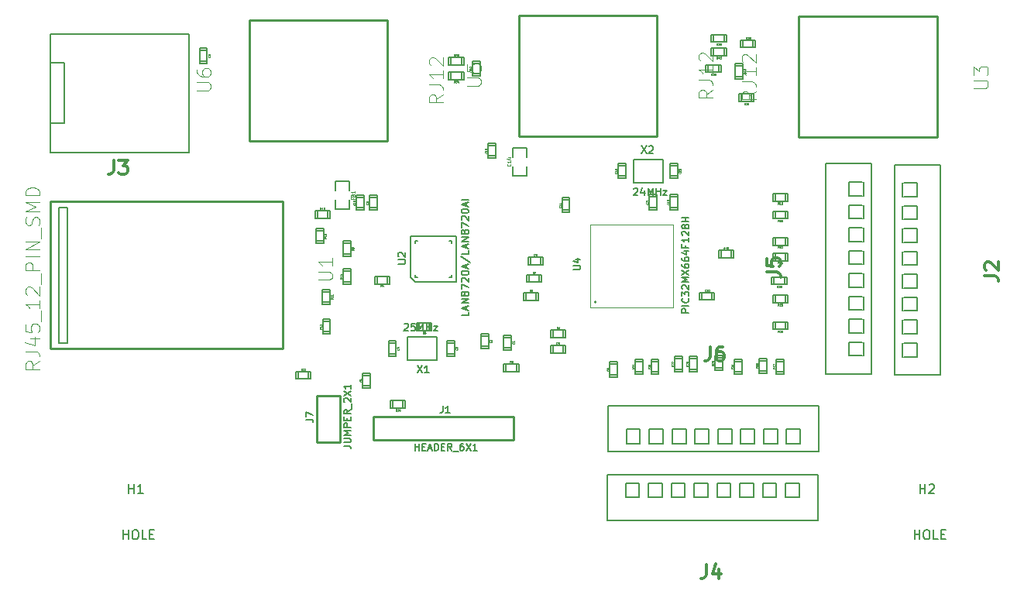
<source format=gto>
G04 (created by PCBNEW (2013-08-24 BZR 4298)-stable) date Mon 23 Jun 2014 07:33:22 PM PDT*
%MOIN*%
G04 Gerber Fmt 3.4, Leading zero omitted, Abs format*
%FSLAX34Y34*%
G01*
G70*
G90*
G04 APERTURE LIST*
%ADD10C,0.005906*%
%ADD11C,0.005000*%
%ADD12C,0.003900*%
%ADD13C,0.010000*%
%ADD14C,0.007900*%
%ADD15C,0.005900*%
%ADD16C,0.001600*%
%ADD17C,0.007500*%
%ADD18C,0.012000*%
%ADD19C,0.007874*%
%ADD20C,0.003700*%
G04 APERTURE END LIST*
G54D10*
G54D11*
X62063Y-26139D02*
X62063Y-26459D01*
X62503Y-26449D02*
X62503Y-26139D01*
X62603Y-26459D02*
X61963Y-26459D01*
X61963Y-26459D02*
X61963Y-26139D01*
X61963Y-26139D02*
X62603Y-26139D01*
X62603Y-26139D02*
X62603Y-26459D01*
X52010Y-26787D02*
X51690Y-26787D01*
X51700Y-27227D02*
X52010Y-27227D01*
X51690Y-27327D02*
X51690Y-26687D01*
X51690Y-26687D02*
X52010Y-26687D01*
X52010Y-26687D02*
X52010Y-27327D01*
X52010Y-27327D02*
X51690Y-27327D01*
X62989Y-27345D02*
X63309Y-27345D01*
X63299Y-26905D02*
X62989Y-26905D01*
X63309Y-26805D02*
X63309Y-27445D01*
X63309Y-27445D02*
X62989Y-27445D01*
X62989Y-27445D02*
X62989Y-26805D01*
X62989Y-26805D02*
X63309Y-26805D01*
X62063Y-25548D02*
X62063Y-25868D01*
X62503Y-25858D02*
X62503Y-25548D01*
X62603Y-25868D02*
X61963Y-25868D01*
X61963Y-25868D02*
X61963Y-25548D01*
X61963Y-25548D02*
X62603Y-25548D01*
X62603Y-25548D02*
X62603Y-25868D01*
X51204Y-26852D02*
X51204Y-26532D01*
X50764Y-26542D02*
X50764Y-26852D01*
X50664Y-26532D02*
X51304Y-26532D01*
X51304Y-26532D02*
X51304Y-26852D01*
X51304Y-26852D02*
X50664Y-26852D01*
X50664Y-26852D02*
X50664Y-26532D01*
X63244Y-28107D02*
X63244Y-28427D01*
X63684Y-28417D02*
X63684Y-28107D01*
X63784Y-28427D02*
X63144Y-28427D01*
X63144Y-28427D02*
X63144Y-28107D01*
X63144Y-28107D02*
X63784Y-28107D01*
X63784Y-28107D02*
X63784Y-28427D01*
X61827Y-26847D02*
X61827Y-27167D01*
X62267Y-27157D02*
X62267Y-26847D01*
X62367Y-27167D02*
X61727Y-27167D01*
X61727Y-27167D02*
X61727Y-26847D01*
X61727Y-26847D02*
X62367Y-26847D01*
X62367Y-26847D02*
X62367Y-27167D01*
X50764Y-27162D02*
X50764Y-27482D01*
X51204Y-27472D02*
X51204Y-27162D01*
X51304Y-27482D02*
X50664Y-27482D01*
X50664Y-27482D02*
X50664Y-27162D01*
X50664Y-27162D02*
X51304Y-27162D01*
X51304Y-27162D02*
X51304Y-27482D01*
X63763Y-26104D02*
X63763Y-25784D01*
X63323Y-25794D02*
X63323Y-26104D01*
X63223Y-25784D02*
X63863Y-25784D01*
X63863Y-25784D02*
X63863Y-26104D01*
X63863Y-26104D02*
X63223Y-26104D01*
X63223Y-26104D02*
X63223Y-25784D01*
X59018Y-39622D02*
X58698Y-39622D01*
X58708Y-40062D02*
X59018Y-40062D01*
X58698Y-40162D02*
X58698Y-39522D01*
X58698Y-39522D02*
X59018Y-39522D01*
X59018Y-39522D02*
X59018Y-40162D01*
X59018Y-40162D02*
X58698Y-40162D01*
X64701Y-37910D02*
X64701Y-38230D01*
X65141Y-38220D02*
X65141Y-37910D01*
X65241Y-38230D02*
X64601Y-38230D01*
X64601Y-38230D02*
X64601Y-37910D01*
X64601Y-37910D02*
X65241Y-37910D01*
X65241Y-37910D02*
X65241Y-38230D01*
X59687Y-39622D02*
X59367Y-39622D01*
X59377Y-40062D02*
X59687Y-40062D01*
X59367Y-40162D02*
X59367Y-39522D01*
X59367Y-39522D02*
X59687Y-39522D01*
X59687Y-39522D02*
X59687Y-40162D01*
X59687Y-40162D02*
X59367Y-40162D01*
X64701Y-36769D02*
X64701Y-37089D01*
X65141Y-37079D02*
X65141Y-36769D01*
X65241Y-37089D02*
X64601Y-37089D01*
X64601Y-37089D02*
X64601Y-36769D01*
X64601Y-36769D02*
X65241Y-36769D01*
X65241Y-36769D02*
X65241Y-37089D01*
X60711Y-39504D02*
X60391Y-39504D01*
X60401Y-39944D02*
X60711Y-39944D01*
X60391Y-40044D02*
X60391Y-39404D01*
X60391Y-39404D02*
X60711Y-39404D01*
X60711Y-39404D02*
X60711Y-40044D01*
X60711Y-40044D02*
X60391Y-40044D01*
X64661Y-35981D02*
X64661Y-36301D01*
X65101Y-36291D02*
X65101Y-35981D01*
X65201Y-36301D02*
X64561Y-36301D01*
X64561Y-36301D02*
X64561Y-35981D01*
X64561Y-35981D02*
X65201Y-35981D01*
X65201Y-35981D02*
X65201Y-36301D01*
X61341Y-39504D02*
X61021Y-39504D01*
X61031Y-39944D02*
X61341Y-39944D01*
X61021Y-40044D02*
X61021Y-39404D01*
X61021Y-39404D02*
X61341Y-39404D01*
X61341Y-39404D02*
X61341Y-40044D01*
X61341Y-40044D02*
X61021Y-40044D01*
X64701Y-34958D02*
X64701Y-35278D01*
X65141Y-35268D02*
X65141Y-34958D01*
X65241Y-35278D02*
X64601Y-35278D01*
X64601Y-35278D02*
X64601Y-34958D01*
X64601Y-34958D02*
X65241Y-34958D01*
X65241Y-34958D02*
X65241Y-35278D01*
X62443Y-39465D02*
X62123Y-39465D01*
X62133Y-39905D02*
X62443Y-39905D01*
X62123Y-40005D02*
X62123Y-39365D01*
X62123Y-39365D02*
X62443Y-39365D01*
X62443Y-39365D02*
X62443Y-40005D01*
X62443Y-40005D02*
X62123Y-40005D01*
X64701Y-34288D02*
X64701Y-34608D01*
X65141Y-34598D02*
X65141Y-34288D01*
X65241Y-34608D02*
X64601Y-34608D01*
X64601Y-34608D02*
X64601Y-34288D01*
X64601Y-34288D02*
X65241Y-34288D01*
X65241Y-34288D02*
X65241Y-34608D01*
X63270Y-39622D02*
X62950Y-39622D01*
X62960Y-40062D02*
X63270Y-40062D01*
X62950Y-40162D02*
X62950Y-39522D01*
X62950Y-39522D02*
X63270Y-39522D01*
X63270Y-39522D02*
X63270Y-40162D01*
X63270Y-40162D02*
X62950Y-40162D01*
G54D12*
X56755Y-37279D02*
X56755Y-33736D01*
X56755Y-33736D02*
X60299Y-33736D01*
X60299Y-33736D02*
X60299Y-37279D01*
X60299Y-37279D02*
X56755Y-37279D01*
X57011Y-37061D02*
G75*
G03X57011Y-37061I-53J0D01*
G74*
G01*
G54D11*
X64701Y-33147D02*
X64701Y-33467D01*
X65141Y-33457D02*
X65141Y-33147D01*
X65241Y-33467D02*
X64601Y-33467D01*
X64601Y-33467D02*
X64601Y-33147D01*
X64601Y-33147D02*
X65241Y-33147D01*
X65241Y-33147D02*
X65241Y-33467D01*
X64333Y-39583D02*
X64013Y-39583D01*
X64023Y-40023D02*
X64333Y-40023D01*
X64013Y-40123D02*
X64013Y-39483D01*
X64013Y-39483D02*
X64333Y-39483D01*
X64333Y-39483D02*
X64333Y-40123D01*
X64333Y-40123D02*
X64013Y-40123D01*
X64701Y-32399D02*
X64701Y-32719D01*
X65141Y-32709D02*
X65141Y-32399D01*
X65241Y-32719D02*
X64601Y-32719D01*
X64601Y-32719D02*
X64601Y-32399D01*
X64601Y-32399D02*
X65241Y-32399D01*
X65241Y-32399D02*
X65241Y-32719D01*
X65081Y-39622D02*
X64761Y-39622D01*
X64771Y-40062D02*
X65081Y-40062D01*
X64761Y-40162D02*
X64761Y-39522D01*
X64761Y-39522D02*
X65081Y-39522D01*
X65081Y-39522D02*
X65081Y-40162D01*
X65081Y-40162D02*
X64761Y-40162D01*
G54D13*
X53433Y-41980D02*
X47433Y-41980D01*
X53433Y-41980D02*
X53433Y-42980D01*
X53439Y-42986D02*
X47427Y-42986D01*
X47427Y-42986D02*
X47427Y-41978D01*
G54D11*
X33503Y-29370D02*
X34114Y-29370D01*
X34114Y-29370D02*
X34114Y-26771D01*
X34114Y-26771D02*
X33513Y-26771D01*
G54D14*
X39488Y-30630D02*
X33504Y-30630D01*
X33504Y-30630D02*
X33504Y-25510D01*
X33504Y-25510D02*
X39488Y-25510D01*
X39488Y-25510D02*
X39488Y-30630D01*
G54D11*
X52679Y-30331D02*
X52359Y-30331D01*
X52369Y-30771D02*
X52679Y-30771D01*
X52359Y-30871D02*
X52359Y-30231D01*
X52359Y-30231D02*
X52679Y-30231D01*
X52679Y-30231D02*
X52679Y-30871D01*
X52679Y-30871D02*
X52359Y-30871D01*
X47010Y-32559D02*
X46690Y-32559D01*
X46700Y-32999D02*
X47010Y-32999D01*
X46690Y-33099D02*
X46690Y-32459D01*
X46690Y-32459D02*
X47010Y-32459D01*
X47010Y-32459D02*
X47010Y-33099D01*
X47010Y-33099D02*
X46690Y-33099D01*
X52056Y-38964D02*
X52376Y-38964D01*
X52366Y-38524D02*
X52056Y-38524D01*
X52376Y-38424D02*
X52376Y-39064D01*
X52376Y-39064D02*
X52056Y-39064D01*
X52056Y-39064D02*
X52056Y-38424D01*
X52056Y-38424D02*
X52376Y-38424D01*
G54D10*
X34261Y-32996D02*
X33868Y-32996D01*
X33868Y-32996D02*
X33868Y-38822D01*
X33868Y-38822D02*
X34261Y-38822D01*
X34261Y-38822D02*
X34261Y-32996D01*
G54D13*
X43523Y-32720D02*
X43523Y-39059D01*
X43523Y-39059D02*
X33523Y-39059D01*
X33523Y-39059D02*
X33523Y-32720D01*
X33523Y-32720D02*
X43523Y-32720D01*
G54D15*
X49023Y-35992D02*
X49023Y-34228D01*
X49219Y-36188D02*
X50983Y-36188D01*
X49219Y-36188D02*
X49023Y-35992D01*
G54D14*
X49317Y-35992D02*
X49219Y-35992D01*
X49219Y-35992D02*
X49219Y-35894D01*
X50787Y-35894D02*
X50787Y-35992D01*
X50787Y-35992D02*
X50689Y-35992D01*
X50689Y-34424D02*
X50787Y-34424D01*
X50787Y-34424D02*
X50787Y-34522D01*
X49219Y-34522D02*
X49219Y-34424D01*
X49219Y-34424D02*
X49317Y-34424D01*
G54D15*
X50983Y-34228D02*
X50983Y-36188D01*
X49023Y-34228D02*
X50983Y-34228D01*
G54D11*
X47567Y-35954D02*
X47567Y-36274D01*
X48007Y-36264D02*
X48007Y-35954D01*
X48107Y-36274D02*
X47467Y-36274D01*
X47467Y-36274D02*
X47467Y-35954D01*
X47467Y-35954D02*
X48107Y-35954D01*
X48107Y-35954D02*
X48107Y-36274D01*
X45794Y-32252D02*
X45794Y-31852D01*
X45794Y-31852D02*
X46394Y-31852D01*
X46394Y-31852D02*
X46394Y-32252D01*
X46394Y-32652D02*
X46394Y-33052D01*
X46394Y-33052D02*
X45794Y-33052D01*
X45794Y-33052D02*
X45794Y-32652D01*
X53028Y-39019D02*
X53348Y-39019D01*
X53338Y-38579D02*
X53028Y-38579D01*
X53348Y-38479D02*
X53348Y-39119D01*
X53348Y-39119D02*
X53028Y-39119D01*
X53028Y-39119D02*
X53028Y-38479D01*
X53028Y-38479D02*
X53348Y-38479D01*
X50588Y-39275D02*
X50908Y-39275D01*
X50898Y-38835D02*
X50588Y-38835D01*
X50908Y-38735D02*
X50908Y-39375D01*
X50908Y-39375D02*
X50588Y-39375D01*
X50588Y-39375D02*
X50588Y-38735D01*
X50588Y-38735D02*
X50908Y-38735D01*
X48068Y-39275D02*
X48388Y-39275D01*
X48378Y-38835D02*
X48068Y-38835D01*
X48388Y-38735D02*
X48388Y-39375D01*
X48388Y-39375D02*
X48068Y-39375D01*
X48068Y-39375D02*
X48068Y-38735D01*
X48068Y-38735D02*
X48388Y-38735D01*
X47285Y-40213D02*
X46965Y-40213D01*
X46975Y-40653D02*
X47285Y-40653D01*
X46965Y-40753D02*
X46965Y-40113D01*
X46965Y-40113D02*
X47285Y-40113D01*
X47285Y-40113D02*
X47285Y-40753D01*
X47285Y-40753D02*
X46965Y-40753D01*
X47569Y-32567D02*
X47249Y-32567D01*
X47259Y-33007D02*
X47569Y-33007D01*
X47249Y-33107D02*
X47249Y-32467D01*
X47249Y-32467D02*
X47569Y-32467D01*
X47569Y-32467D02*
X47569Y-33107D01*
X47569Y-33107D02*
X47249Y-33107D01*
X57915Y-39740D02*
X57595Y-39740D01*
X57605Y-40180D02*
X57915Y-40180D01*
X57595Y-40280D02*
X57595Y-39640D01*
X57595Y-39640D02*
X57915Y-39640D01*
X57915Y-39640D02*
X57915Y-40280D01*
X57915Y-40280D02*
X57595Y-40280D01*
X39938Y-26676D02*
X40258Y-26676D01*
X40248Y-26236D02*
X39938Y-26236D01*
X40258Y-26136D02*
X40258Y-26776D01*
X40258Y-26776D02*
X39938Y-26776D01*
X39938Y-26776D02*
X39938Y-26136D01*
X39938Y-26136D02*
X40258Y-26136D01*
X61991Y-36971D02*
X61991Y-36651D01*
X61551Y-36661D02*
X61551Y-36971D01*
X61451Y-36651D02*
X62091Y-36651D01*
X62091Y-36651D02*
X62091Y-36971D01*
X62091Y-36971D02*
X61451Y-36971D01*
X61451Y-36971D02*
X61451Y-36651D01*
X55864Y-32665D02*
X55544Y-32665D01*
X55554Y-33105D02*
X55864Y-33105D01*
X55544Y-33205D02*
X55544Y-32565D01*
X55544Y-32565D02*
X55864Y-32565D01*
X55864Y-32565D02*
X55864Y-33205D01*
X55864Y-33205D02*
X55544Y-33205D01*
X62818Y-35160D02*
X62818Y-34840D01*
X62378Y-34850D02*
X62378Y-35160D01*
X62278Y-34840D02*
X62918Y-34840D01*
X62918Y-34840D02*
X62918Y-35160D01*
X62918Y-35160D02*
X62278Y-35160D01*
X62278Y-35160D02*
X62278Y-34840D01*
X60514Y-32535D02*
X60194Y-32535D01*
X60204Y-32975D02*
X60514Y-32975D01*
X60194Y-33075D02*
X60194Y-32435D01*
X60194Y-32435D02*
X60514Y-32435D01*
X60514Y-32435D02*
X60514Y-33075D01*
X60514Y-33075D02*
X60194Y-33075D01*
X58270Y-31197D02*
X57950Y-31197D01*
X57960Y-31637D02*
X58270Y-31637D01*
X57950Y-31737D02*
X57950Y-31097D01*
X57950Y-31097D02*
X58270Y-31097D01*
X58270Y-31097D02*
X58270Y-31737D01*
X58270Y-31737D02*
X57950Y-31737D01*
X60194Y-31637D02*
X60514Y-31637D01*
X60504Y-31197D02*
X60194Y-31197D01*
X60514Y-31097D02*
X60514Y-31737D01*
X60514Y-31737D02*
X60194Y-31737D01*
X60194Y-31737D02*
X60194Y-31097D01*
X60194Y-31097D02*
X60514Y-31097D01*
X59608Y-32535D02*
X59288Y-32535D01*
X59298Y-32975D02*
X59608Y-32975D01*
X59288Y-33075D02*
X59288Y-32435D01*
X59288Y-32435D02*
X59608Y-32435D01*
X59608Y-32435D02*
X59608Y-33075D01*
X59608Y-33075D02*
X59288Y-33075D01*
X55590Y-38581D02*
X55590Y-38261D01*
X55150Y-38271D02*
X55150Y-38581D01*
X55050Y-38261D02*
X55690Y-38261D01*
X55690Y-38261D02*
X55690Y-38581D01*
X55690Y-38581D02*
X55050Y-38581D01*
X55050Y-38581D02*
X55050Y-38261D01*
X55574Y-39254D02*
X55574Y-38934D01*
X55134Y-38944D02*
X55134Y-39254D01*
X55034Y-38934D02*
X55674Y-38934D01*
X55674Y-38934D02*
X55674Y-39254D01*
X55674Y-39254D02*
X55034Y-39254D01*
X55034Y-39254D02*
X55034Y-38934D01*
X53566Y-40041D02*
X53566Y-39721D01*
X53126Y-39731D02*
X53126Y-40041D01*
X53026Y-39721D02*
X53666Y-39721D01*
X53666Y-39721D02*
X53666Y-40041D01*
X53666Y-40041D02*
X53026Y-40041D01*
X53026Y-40041D02*
X53026Y-39721D01*
X49386Y-37969D02*
X49386Y-38289D01*
X49826Y-38279D02*
X49826Y-37969D01*
X49926Y-38289D02*
X49286Y-38289D01*
X49286Y-38289D02*
X49286Y-37969D01*
X49286Y-37969D02*
X49926Y-37969D01*
X49926Y-37969D02*
X49926Y-38289D01*
X54609Y-35455D02*
X54609Y-35135D01*
X54169Y-35145D02*
X54169Y-35455D01*
X54069Y-35135D02*
X54709Y-35135D01*
X54709Y-35135D02*
X54709Y-35455D01*
X54709Y-35455D02*
X54069Y-35455D01*
X54069Y-35455D02*
X54069Y-35135D01*
X54550Y-36203D02*
X54550Y-35883D01*
X54110Y-35893D02*
X54110Y-36203D01*
X54010Y-35883D02*
X54650Y-35883D01*
X54650Y-35883D02*
X54650Y-36203D01*
X54650Y-36203D02*
X54010Y-36203D01*
X54010Y-36203D02*
X54010Y-35883D01*
X54416Y-36982D02*
X54416Y-36662D01*
X53976Y-36672D02*
X53976Y-36982D01*
X53876Y-36662D02*
X54516Y-36662D01*
X54516Y-36662D02*
X54516Y-36982D01*
X54516Y-36982D02*
X53876Y-36982D01*
X53876Y-36982D02*
X53876Y-36662D01*
X46123Y-34975D02*
X46443Y-34975D01*
X46433Y-34535D02*
X46123Y-34535D01*
X46443Y-34435D02*
X46443Y-35075D01*
X46443Y-35075D02*
X46123Y-35075D01*
X46123Y-35075D02*
X46123Y-34435D01*
X46123Y-34435D02*
X46443Y-34435D01*
X46451Y-35740D02*
X46131Y-35740D01*
X46141Y-36180D02*
X46451Y-36180D01*
X46131Y-36280D02*
X46131Y-35640D01*
X46131Y-35640D02*
X46451Y-35640D01*
X46451Y-35640D02*
X46451Y-36280D01*
X46451Y-36280D02*
X46131Y-36280D01*
X45225Y-37058D02*
X45545Y-37058D01*
X45535Y-36618D02*
X45225Y-36618D01*
X45545Y-36518D02*
X45545Y-37158D01*
X45545Y-37158D02*
X45225Y-37158D01*
X45225Y-37158D02*
X45225Y-36518D01*
X45225Y-36518D02*
X45545Y-36518D01*
X45565Y-37898D02*
X45245Y-37898D01*
X45255Y-38338D02*
X45565Y-38338D01*
X45245Y-38438D02*
X45245Y-37798D01*
X45245Y-37798D02*
X45565Y-37798D01*
X45565Y-37798D02*
X45565Y-38438D01*
X45565Y-38438D02*
X45245Y-38438D01*
X44617Y-40368D02*
X44617Y-40048D01*
X44177Y-40058D02*
X44177Y-40368D01*
X44077Y-40048D02*
X44717Y-40048D01*
X44717Y-40048D02*
X44717Y-40368D01*
X44717Y-40368D02*
X44077Y-40368D01*
X44077Y-40368D02*
X44077Y-40048D01*
X48244Y-41296D02*
X48244Y-41616D01*
X48684Y-41606D02*
X48684Y-41296D01*
X48784Y-41616D02*
X48144Y-41616D01*
X48144Y-41616D02*
X48144Y-41296D01*
X48144Y-41296D02*
X48784Y-41296D01*
X48784Y-41296D02*
X48784Y-41616D01*
X45440Y-33455D02*
X45440Y-33135D01*
X45000Y-33145D02*
X45000Y-33455D01*
X44900Y-33135D02*
X45540Y-33135D01*
X45540Y-33135D02*
X45540Y-33455D01*
X45540Y-33455D02*
X44900Y-33455D01*
X44900Y-33455D02*
X44900Y-33135D01*
X44946Y-34436D02*
X45266Y-34436D01*
X45256Y-33996D02*
X44946Y-33996D01*
X45266Y-33896D02*
X45266Y-34536D01*
X45266Y-34536D02*
X44946Y-34536D01*
X44946Y-34536D02*
X44946Y-33896D01*
X44946Y-33896D02*
X45266Y-33896D01*
X54000Y-31223D02*
X54000Y-31623D01*
X54000Y-31623D02*
X53400Y-31623D01*
X53400Y-31623D02*
X53400Y-31223D01*
X53400Y-30823D02*
X53400Y-30423D01*
X53400Y-30423D02*
X54000Y-30423D01*
X54000Y-30423D02*
X54000Y-30823D01*
G54D10*
X70196Y-31929D02*
X70196Y-32519D01*
X70196Y-32913D02*
X70196Y-33503D01*
X70196Y-34881D02*
X70196Y-35472D01*
X70196Y-33897D02*
X70196Y-34488D01*
X70196Y-37834D02*
X70196Y-38425D01*
X70196Y-38818D02*
X70196Y-39409D01*
X70196Y-36850D02*
X70196Y-37440D01*
X70196Y-35866D02*
X70196Y-36456D01*
X70826Y-36456D02*
X70236Y-36456D01*
X70826Y-35866D02*
X70826Y-36456D01*
X70236Y-35866D02*
X70826Y-35866D01*
X70236Y-36850D02*
X70826Y-36850D01*
X70826Y-36850D02*
X70826Y-37440D01*
X70826Y-37440D02*
X70236Y-37440D01*
X70826Y-39409D02*
X70236Y-39409D01*
X70826Y-38818D02*
X70826Y-39409D01*
X70236Y-38818D02*
X70826Y-38818D01*
X70236Y-37834D02*
X70826Y-37834D01*
X70826Y-37834D02*
X70826Y-38425D01*
X70826Y-38425D02*
X70236Y-38425D01*
X70826Y-34488D02*
X70236Y-34488D01*
X70826Y-33897D02*
X70826Y-34488D01*
X70236Y-33897D02*
X70826Y-33897D01*
X70236Y-34881D02*
X70826Y-34881D01*
X70826Y-34881D02*
X70826Y-35472D01*
X70826Y-35472D02*
X70236Y-35472D01*
X70826Y-33503D02*
X70236Y-33503D01*
X70826Y-32913D02*
X70826Y-33503D01*
X70236Y-32913D02*
X70826Y-32913D01*
X70236Y-31929D02*
X70826Y-31929D01*
X70826Y-31929D02*
X70826Y-32519D01*
X70826Y-32519D02*
X70236Y-32519D01*
G54D14*
X71811Y-31141D02*
X71811Y-40196D01*
X71811Y-40196D02*
X69842Y-40196D01*
X69842Y-40196D02*
X69842Y-31141D01*
X69842Y-31141D02*
X71811Y-31141D01*
G54D10*
X65748Y-44842D02*
X65157Y-44842D01*
X64763Y-44842D02*
X64173Y-44842D01*
X62795Y-44842D02*
X62204Y-44842D01*
X63779Y-44842D02*
X63188Y-44842D01*
X59842Y-44842D02*
X59251Y-44842D01*
X58858Y-44842D02*
X58267Y-44842D01*
X60826Y-44842D02*
X60236Y-44842D01*
X61811Y-44842D02*
X61220Y-44842D01*
X61220Y-45472D02*
X61220Y-44881D01*
X61811Y-45472D02*
X61220Y-45472D01*
X61811Y-44881D02*
X61811Y-45472D01*
X60826Y-44881D02*
X60826Y-45472D01*
X60826Y-45472D02*
X60236Y-45472D01*
X60236Y-45472D02*
X60236Y-44881D01*
X58267Y-45472D02*
X58267Y-44881D01*
X58858Y-45472D02*
X58267Y-45472D01*
X58858Y-44881D02*
X58858Y-45472D01*
X59842Y-44881D02*
X59842Y-45472D01*
X59842Y-45472D02*
X59251Y-45472D01*
X59251Y-45472D02*
X59251Y-44881D01*
X63188Y-45472D02*
X63188Y-44881D01*
X63779Y-45472D02*
X63188Y-45472D01*
X63779Y-44881D02*
X63779Y-45472D01*
X62795Y-44881D02*
X62795Y-45472D01*
X62795Y-45472D02*
X62204Y-45472D01*
X62204Y-45472D02*
X62204Y-44881D01*
X64173Y-45472D02*
X64173Y-44881D01*
X64763Y-45472D02*
X64173Y-45472D01*
X64763Y-44881D02*
X64763Y-45472D01*
X65748Y-44881D02*
X65748Y-45472D01*
X65748Y-45472D02*
X65157Y-45472D01*
X65157Y-45472D02*
X65157Y-44881D01*
G54D14*
X66535Y-46456D02*
X57480Y-46456D01*
X57480Y-46456D02*
X57480Y-44488D01*
X57480Y-44488D02*
X66535Y-44488D01*
X66535Y-44488D02*
X66535Y-46456D01*
G54D10*
X68503Y-39370D02*
X68503Y-38779D01*
X68503Y-38385D02*
X68503Y-37795D01*
X68503Y-36417D02*
X68503Y-35826D01*
X68503Y-37401D02*
X68503Y-36811D01*
X68503Y-33464D02*
X68503Y-32874D01*
X68503Y-32480D02*
X68503Y-31889D01*
X68503Y-34448D02*
X68503Y-33858D01*
X68503Y-35433D02*
X68503Y-34842D01*
X67874Y-34842D02*
X68464Y-34842D01*
X67874Y-35433D02*
X67874Y-34842D01*
X68464Y-35433D02*
X67874Y-35433D01*
X68464Y-34448D02*
X67874Y-34448D01*
X67874Y-34448D02*
X67874Y-33858D01*
X67874Y-33858D02*
X68464Y-33858D01*
X67874Y-31889D02*
X68464Y-31889D01*
X67874Y-32480D02*
X67874Y-31889D01*
X68464Y-32480D02*
X67874Y-32480D01*
X68464Y-33464D02*
X67874Y-33464D01*
X67874Y-33464D02*
X67874Y-32874D01*
X67874Y-32874D02*
X68464Y-32874D01*
X67874Y-36811D02*
X68464Y-36811D01*
X67874Y-37401D02*
X67874Y-36811D01*
X68464Y-37401D02*
X67874Y-37401D01*
X68464Y-36417D02*
X67874Y-36417D01*
X67874Y-36417D02*
X67874Y-35826D01*
X67874Y-35826D02*
X68464Y-35826D01*
X67874Y-37795D02*
X68464Y-37795D01*
X67874Y-38385D02*
X67874Y-37795D01*
X68464Y-38385D02*
X67874Y-38385D01*
X68464Y-39370D02*
X67874Y-39370D01*
X67874Y-39370D02*
X67874Y-38779D01*
X67874Y-38779D02*
X68464Y-38779D01*
G54D14*
X66889Y-40157D02*
X66889Y-31102D01*
X66889Y-31102D02*
X68858Y-31102D01*
X68858Y-31102D02*
X68858Y-40157D01*
X68858Y-40157D02*
X66889Y-40157D01*
G54D10*
X58307Y-43149D02*
X58897Y-43149D01*
X59291Y-43149D02*
X59881Y-43149D01*
X61259Y-43149D02*
X61850Y-43149D01*
X60275Y-43149D02*
X60866Y-43149D01*
X64212Y-43149D02*
X64803Y-43149D01*
X65196Y-43149D02*
X65787Y-43149D01*
X63228Y-43149D02*
X63818Y-43149D01*
X62244Y-43149D02*
X62834Y-43149D01*
X62834Y-42519D02*
X62834Y-43110D01*
X62244Y-42519D02*
X62834Y-42519D01*
X62244Y-43110D02*
X62244Y-42519D01*
X63228Y-43110D02*
X63228Y-42519D01*
X63228Y-42519D02*
X63818Y-42519D01*
X63818Y-42519D02*
X63818Y-43110D01*
X65787Y-42519D02*
X65787Y-43110D01*
X65196Y-42519D02*
X65787Y-42519D01*
X65196Y-43110D02*
X65196Y-42519D01*
X64212Y-43110D02*
X64212Y-42519D01*
X64212Y-42519D02*
X64803Y-42519D01*
X64803Y-42519D02*
X64803Y-43110D01*
X60866Y-42519D02*
X60866Y-43110D01*
X60275Y-42519D02*
X60866Y-42519D01*
X60275Y-43110D02*
X60275Y-42519D01*
X61259Y-43110D02*
X61259Y-42519D01*
X61259Y-42519D02*
X61850Y-42519D01*
X61850Y-42519D02*
X61850Y-43110D01*
X59881Y-42519D02*
X59881Y-43110D01*
X59291Y-42519D02*
X59881Y-42519D01*
X59291Y-43110D02*
X59291Y-42519D01*
X58307Y-43110D02*
X58307Y-42519D01*
X58307Y-42519D02*
X58897Y-42519D01*
X58897Y-42519D02*
X58897Y-43110D01*
G54D14*
X57519Y-41535D02*
X66574Y-41535D01*
X66574Y-41535D02*
X66574Y-43503D01*
X66574Y-43503D02*
X57519Y-43503D01*
X57519Y-43503D02*
X57519Y-41535D01*
G54D13*
X44972Y-41086D02*
X44972Y-43086D01*
X44972Y-41086D02*
X45972Y-41086D01*
X45978Y-41086D02*
X45978Y-43086D01*
X45978Y-43086D02*
X44970Y-43086D01*
X71669Y-24761D02*
X71669Y-29962D01*
X71669Y-29962D02*
X65732Y-29962D01*
X65732Y-29962D02*
X65732Y-24761D01*
X65732Y-24761D02*
X71669Y-24761D01*
X53685Y-29923D02*
X53685Y-24722D01*
X53685Y-24722D02*
X59622Y-24722D01*
X59622Y-24722D02*
X59622Y-29923D01*
X59622Y-29923D02*
X53685Y-29923D01*
X42070Y-30120D02*
X42070Y-24919D01*
X42070Y-24919D02*
X48007Y-24919D01*
X48007Y-24919D02*
X48007Y-30120D01*
X48007Y-30120D02*
X42070Y-30120D01*
G54D10*
X50157Y-39547D02*
X48897Y-39547D01*
X48897Y-39547D02*
X48897Y-38562D01*
X48897Y-38562D02*
X50157Y-38562D01*
X50157Y-38562D02*
X50157Y-39547D01*
X58622Y-30925D02*
X59881Y-30925D01*
X59881Y-30925D02*
X59881Y-31909D01*
X59881Y-31909D02*
X58622Y-31909D01*
X58622Y-31909D02*
X58622Y-30925D01*
G54D16*
X62232Y-26584D02*
X62206Y-26547D01*
X62187Y-26584D02*
X62187Y-26505D01*
X62217Y-26505D01*
X62225Y-26509D01*
X62228Y-26513D01*
X62232Y-26520D01*
X62232Y-26532D01*
X62228Y-26539D01*
X62225Y-26543D01*
X62217Y-26547D01*
X62187Y-26547D01*
X62300Y-26532D02*
X62300Y-26584D01*
X62281Y-26502D02*
X62262Y-26558D01*
X62311Y-26558D01*
X62334Y-26505D02*
X62383Y-26505D01*
X62356Y-26536D01*
X62368Y-26536D01*
X62375Y-26539D01*
X62379Y-26543D01*
X62383Y-26551D01*
X62383Y-26569D01*
X62379Y-26577D01*
X62375Y-26581D01*
X62368Y-26584D01*
X62345Y-26584D01*
X62338Y-26581D01*
X62334Y-26577D01*
X51636Y-27058D02*
X51598Y-27084D01*
X51636Y-27103D02*
X51557Y-27103D01*
X51557Y-27073D01*
X51560Y-27066D01*
X51564Y-27062D01*
X51572Y-27058D01*
X51583Y-27058D01*
X51590Y-27062D01*
X51594Y-27066D01*
X51598Y-27073D01*
X51598Y-27103D01*
X51583Y-26990D02*
X51636Y-26990D01*
X51553Y-27009D02*
X51609Y-27028D01*
X51609Y-26979D01*
X51564Y-26953D02*
X51560Y-26949D01*
X51557Y-26942D01*
X51557Y-26923D01*
X51560Y-26915D01*
X51564Y-26911D01*
X51572Y-26908D01*
X51579Y-26908D01*
X51590Y-26911D01*
X51636Y-26957D01*
X51636Y-26908D01*
X63435Y-27176D02*
X63397Y-27203D01*
X63435Y-27221D02*
X63356Y-27221D01*
X63356Y-27191D01*
X63360Y-27184D01*
X63363Y-27180D01*
X63371Y-27176D01*
X63382Y-27176D01*
X63390Y-27180D01*
X63393Y-27184D01*
X63397Y-27191D01*
X63397Y-27221D01*
X63382Y-27109D02*
X63435Y-27109D01*
X63352Y-27127D02*
X63409Y-27146D01*
X63409Y-27097D01*
X63356Y-27052D02*
X63356Y-27045D01*
X63360Y-27037D01*
X63363Y-27033D01*
X63371Y-27030D01*
X63386Y-27026D01*
X63405Y-27026D01*
X63420Y-27030D01*
X63427Y-27033D01*
X63431Y-27037D01*
X63435Y-27045D01*
X63435Y-27052D01*
X63431Y-27060D01*
X63427Y-27063D01*
X63420Y-27067D01*
X63405Y-27071D01*
X63386Y-27071D01*
X63371Y-27067D01*
X63363Y-27063D01*
X63360Y-27060D01*
X63356Y-27052D01*
X62232Y-25994D02*
X62206Y-25956D01*
X62187Y-25994D02*
X62187Y-25915D01*
X62217Y-25915D01*
X62225Y-25919D01*
X62228Y-25922D01*
X62232Y-25930D01*
X62232Y-25941D01*
X62228Y-25949D01*
X62225Y-25953D01*
X62217Y-25956D01*
X62187Y-25956D01*
X62259Y-25915D02*
X62307Y-25915D01*
X62281Y-25945D01*
X62292Y-25945D01*
X62300Y-25949D01*
X62304Y-25953D01*
X62307Y-25960D01*
X62307Y-25979D01*
X62304Y-25986D01*
X62300Y-25990D01*
X62292Y-25994D01*
X62270Y-25994D01*
X62262Y-25990D01*
X62259Y-25986D01*
X62345Y-25994D02*
X62360Y-25994D01*
X62368Y-25990D01*
X62371Y-25986D01*
X62379Y-25975D01*
X62383Y-25960D01*
X62383Y-25930D01*
X62379Y-25922D01*
X62375Y-25919D01*
X62368Y-25915D01*
X62353Y-25915D01*
X62345Y-25919D01*
X62341Y-25922D01*
X62338Y-25930D01*
X62338Y-25949D01*
X62341Y-25956D01*
X62345Y-25960D01*
X62353Y-25964D01*
X62368Y-25964D01*
X62375Y-25960D01*
X62379Y-25956D01*
X62383Y-25949D01*
X50933Y-26478D02*
X50907Y-26441D01*
X50888Y-26478D02*
X50888Y-26399D01*
X50918Y-26399D01*
X50925Y-26403D01*
X50929Y-26407D01*
X50933Y-26414D01*
X50933Y-26425D01*
X50929Y-26433D01*
X50925Y-26437D01*
X50918Y-26441D01*
X50888Y-26441D01*
X50959Y-26399D02*
X51008Y-26399D01*
X50982Y-26429D01*
X50993Y-26429D01*
X51001Y-26433D01*
X51004Y-26437D01*
X51008Y-26444D01*
X51008Y-26463D01*
X51004Y-26471D01*
X51001Y-26474D01*
X50993Y-26478D01*
X50971Y-26478D01*
X50963Y-26474D01*
X50959Y-26471D01*
X51053Y-26433D02*
X51046Y-26429D01*
X51042Y-26425D01*
X51038Y-26418D01*
X51038Y-26414D01*
X51042Y-26407D01*
X51046Y-26403D01*
X51053Y-26399D01*
X51068Y-26399D01*
X51076Y-26403D01*
X51080Y-26407D01*
X51083Y-26414D01*
X51083Y-26418D01*
X51080Y-26425D01*
X51076Y-26429D01*
X51068Y-26433D01*
X51053Y-26433D01*
X51046Y-26437D01*
X51042Y-26441D01*
X51038Y-26448D01*
X51038Y-26463D01*
X51042Y-26471D01*
X51046Y-26474D01*
X51053Y-26478D01*
X51068Y-26478D01*
X51076Y-26474D01*
X51080Y-26471D01*
X51083Y-26463D01*
X51083Y-26448D01*
X51080Y-26441D01*
X51076Y-26437D01*
X51068Y-26433D01*
X63413Y-28553D02*
X63387Y-28515D01*
X63368Y-28553D02*
X63368Y-28474D01*
X63398Y-28474D01*
X63406Y-28478D01*
X63410Y-28481D01*
X63413Y-28489D01*
X63413Y-28500D01*
X63410Y-28508D01*
X63406Y-28512D01*
X63398Y-28515D01*
X63368Y-28515D01*
X63440Y-28474D02*
X63489Y-28474D01*
X63462Y-28504D01*
X63473Y-28504D01*
X63481Y-28508D01*
X63485Y-28512D01*
X63489Y-28519D01*
X63489Y-28538D01*
X63485Y-28545D01*
X63481Y-28549D01*
X63473Y-28553D01*
X63451Y-28553D01*
X63443Y-28549D01*
X63440Y-28545D01*
X63556Y-28474D02*
X63541Y-28474D01*
X63534Y-28478D01*
X63530Y-28481D01*
X63522Y-28493D01*
X63519Y-28508D01*
X63519Y-28538D01*
X63522Y-28545D01*
X63526Y-28549D01*
X63534Y-28553D01*
X63549Y-28553D01*
X63556Y-28549D01*
X63560Y-28545D01*
X63564Y-28538D01*
X63564Y-28519D01*
X63560Y-28512D01*
X63556Y-28508D01*
X63549Y-28504D01*
X63534Y-28504D01*
X63526Y-28508D01*
X63522Y-28512D01*
X63519Y-28519D01*
X61996Y-27293D02*
X61970Y-27255D01*
X61951Y-27293D02*
X61951Y-27214D01*
X61981Y-27214D01*
X61988Y-27218D01*
X61992Y-27222D01*
X61996Y-27229D01*
X61996Y-27240D01*
X61992Y-27248D01*
X61988Y-27252D01*
X61981Y-27255D01*
X61951Y-27255D01*
X62022Y-27214D02*
X62071Y-27214D01*
X62045Y-27244D01*
X62056Y-27244D01*
X62064Y-27248D01*
X62067Y-27252D01*
X62071Y-27259D01*
X62071Y-27278D01*
X62067Y-27286D01*
X62064Y-27289D01*
X62056Y-27293D01*
X62034Y-27293D01*
X62026Y-27289D01*
X62022Y-27286D01*
X62143Y-27214D02*
X62105Y-27214D01*
X62101Y-27252D01*
X62105Y-27248D01*
X62113Y-27244D01*
X62131Y-27244D01*
X62139Y-27248D01*
X62143Y-27252D01*
X62146Y-27259D01*
X62146Y-27278D01*
X62143Y-27286D01*
X62139Y-27289D01*
X62131Y-27293D01*
X62113Y-27293D01*
X62105Y-27289D01*
X62101Y-27286D01*
X50933Y-27608D02*
X50907Y-27570D01*
X50888Y-27608D02*
X50888Y-27529D01*
X50918Y-27529D01*
X50925Y-27533D01*
X50929Y-27537D01*
X50933Y-27544D01*
X50933Y-27555D01*
X50929Y-27563D01*
X50925Y-27567D01*
X50918Y-27570D01*
X50888Y-27570D01*
X50959Y-27529D02*
X51008Y-27529D01*
X50982Y-27559D01*
X50993Y-27559D01*
X51001Y-27563D01*
X51004Y-27567D01*
X51008Y-27574D01*
X51008Y-27593D01*
X51004Y-27601D01*
X51001Y-27604D01*
X50993Y-27608D01*
X50971Y-27608D01*
X50963Y-27604D01*
X50959Y-27601D01*
X51076Y-27555D02*
X51076Y-27608D01*
X51057Y-27525D02*
X51038Y-27582D01*
X51087Y-27582D01*
X63492Y-25730D02*
X63466Y-25693D01*
X63447Y-25730D02*
X63447Y-25651D01*
X63477Y-25651D01*
X63484Y-25655D01*
X63488Y-25659D01*
X63492Y-25666D01*
X63492Y-25677D01*
X63488Y-25685D01*
X63484Y-25689D01*
X63477Y-25693D01*
X63447Y-25693D01*
X63518Y-25651D02*
X63567Y-25651D01*
X63541Y-25681D01*
X63552Y-25681D01*
X63560Y-25685D01*
X63563Y-25689D01*
X63567Y-25696D01*
X63567Y-25715D01*
X63563Y-25723D01*
X63560Y-25726D01*
X63552Y-25730D01*
X63530Y-25730D01*
X63522Y-25726D01*
X63518Y-25723D01*
X63597Y-25659D02*
X63601Y-25655D01*
X63609Y-25651D01*
X63627Y-25651D01*
X63635Y-25655D01*
X63639Y-25659D01*
X63642Y-25666D01*
X63642Y-25674D01*
X63639Y-25685D01*
X63594Y-25730D01*
X63642Y-25730D01*
X58644Y-39893D02*
X58606Y-39919D01*
X58644Y-39938D02*
X58565Y-39938D01*
X58565Y-39908D01*
X58568Y-39900D01*
X58572Y-39897D01*
X58580Y-39893D01*
X58591Y-39893D01*
X58598Y-39897D01*
X58602Y-39900D01*
X58606Y-39908D01*
X58606Y-39938D01*
X58565Y-39866D02*
X58565Y-39818D01*
X58595Y-39844D01*
X58595Y-39833D01*
X58598Y-39825D01*
X58602Y-39821D01*
X58610Y-39818D01*
X58628Y-39818D01*
X58636Y-39821D01*
X58640Y-39825D01*
X58644Y-39833D01*
X58644Y-39855D01*
X58640Y-39863D01*
X58636Y-39866D01*
X58644Y-39742D02*
X58644Y-39787D01*
X58644Y-39765D02*
X58565Y-39765D01*
X58576Y-39772D01*
X58583Y-39780D01*
X58587Y-39787D01*
X64870Y-38356D02*
X64844Y-38318D01*
X64825Y-38356D02*
X64825Y-38277D01*
X64855Y-38277D01*
X64862Y-38281D01*
X64866Y-38285D01*
X64870Y-38292D01*
X64870Y-38303D01*
X64866Y-38311D01*
X64862Y-38315D01*
X64855Y-38318D01*
X64825Y-38318D01*
X64896Y-38277D02*
X64945Y-38277D01*
X64919Y-38307D01*
X64930Y-38307D01*
X64938Y-38311D01*
X64941Y-38315D01*
X64945Y-38322D01*
X64945Y-38341D01*
X64941Y-38349D01*
X64938Y-38352D01*
X64930Y-38356D01*
X64908Y-38356D01*
X64900Y-38352D01*
X64896Y-38349D01*
X64994Y-38277D02*
X65002Y-38277D01*
X65009Y-38281D01*
X65013Y-38285D01*
X65017Y-38292D01*
X65020Y-38307D01*
X65020Y-38326D01*
X65017Y-38341D01*
X65013Y-38349D01*
X65009Y-38352D01*
X65002Y-38356D01*
X64994Y-38356D01*
X64987Y-38352D01*
X64983Y-38349D01*
X64979Y-38341D01*
X64975Y-38326D01*
X64975Y-38307D01*
X64979Y-38292D01*
X64983Y-38285D01*
X64987Y-38281D01*
X64994Y-38277D01*
X59313Y-39893D02*
X59275Y-39919D01*
X59313Y-39938D02*
X59234Y-39938D01*
X59234Y-39908D01*
X59238Y-39900D01*
X59241Y-39897D01*
X59249Y-39893D01*
X59260Y-39893D01*
X59268Y-39897D01*
X59271Y-39900D01*
X59275Y-39908D01*
X59275Y-39938D01*
X59241Y-39863D02*
X59238Y-39859D01*
X59234Y-39851D01*
X59234Y-39833D01*
X59238Y-39825D01*
X59241Y-39821D01*
X59249Y-39818D01*
X59256Y-39818D01*
X59268Y-39821D01*
X59313Y-39866D01*
X59313Y-39818D01*
X59313Y-39780D02*
X59313Y-39765D01*
X59309Y-39757D01*
X59305Y-39754D01*
X59294Y-39746D01*
X59279Y-39742D01*
X59249Y-39742D01*
X59241Y-39746D01*
X59238Y-39750D01*
X59234Y-39757D01*
X59234Y-39772D01*
X59238Y-39780D01*
X59241Y-39784D01*
X59249Y-39787D01*
X59268Y-39787D01*
X59275Y-39784D01*
X59279Y-39780D01*
X59283Y-39772D01*
X59283Y-39757D01*
X59279Y-39750D01*
X59275Y-39746D01*
X59268Y-39742D01*
X64870Y-37214D02*
X64844Y-37177D01*
X64825Y-37214D02*
X64825Y-37135D01*
X64855Y-37135D01*
X64862Y-37139D01*
X64866Y-37143D01*
X64870Y-37150D01*
X64870Y-37162D01*
X64866Y-37169D01*
X64862Y-37173D01*
X64855Y-37177D01*
X64825Y-37177D01*
X64900Y-37143D02*
X64904Y-37139D01*
X64911Y-37135D01*
X64930Y-37135D01*
X64938Y-37139D01*
X64941Y-37143D01*
X64945Y-37150D01*
X64945Y-37158D01*
X64941Y-37169D01*
X64896Y-37214D01*
X64945Y-37214D01*
X64990Y-37169D02*
X64983Y-37165D01*
X64979Y-37162D01*
X64975Y-37154D01*
X64975Y-37150D01*
X64979Y-37143D01*
X64983Y-37139D01*
X64990Y-37135D01*
X65005Y-37135D01*
X65013Y-37139D01*
X65017Y-37143D01*
X65020Y-37150D01*
X65020Y-37154D01*
X65017Y-37162D01*
X65013Y-37165D01*
X65005Y-37169D01*
X64990Y-37169D01*
X64983Y-37173D01*
X64979Y-37177D01*
X64975Y-37184D01*
X64975Y-37199D01*
X64979Y-37207D01*
X64983Y-37211D01*
X64990Y-37214D01*
X65005Y-37214D01*
X65013Y-37211D01*
X65017Y-37207D01*
X65020Y-37199D01*
X65020Y-37184D01*
X65017Y-37177D01*
X65013Y-37173D01*
X65005Y-37169D01*
X60336Y-39775D02*
X60299Y-39801D01*
X60336Y-39820D02*
X60257Y-39820D01*
X60257Y-39790D01*
X60261Y-39782D01*
X60265Y-39778D01*
X60272Y-39775D01*
X60284Y-39775D01*
X60291Y-39778D01*
X60295Y-39782D01*
X60299Y-39790D01*
X60299Y-39820D01*
X60265Y-39745D02*
X60261Y-39741D01*
X60257Y-39733D01*
X60257Y-39715D01*
X60261Y-39707D01*
X60265Y-39703D01*
X60272Y-39699D01*
X60280Y-39699D01*
X60291Y-39703D01*
X60336Y-39748D01*
X60336Y-39699D01*
X60257Y-39673D02*
X60257Y-39620D01*
X60336Y-39654D01*
X64831Y-36427D02*
X64804Y-36389D01*
X64785Y-36427D02*
X64785Y-36348D01*
X64816Y-36348D01*
X64823Y-36352D01*
X64827Y-36355D01*
X64831Y-36363D01*
X64831Y-36374D01*
X64827Y-36382D01*
X64823Y-36386D01*
X64816Y-36389D01*
X64785Y-36389D01*
X64861Y-36355D02*
X64864Y-36352D01*
X64872Y-36348D01*
X64891Y-36348D01*
X64898Y-36352D01*
X64902Y-36355D01*
X64906Y-36363D01*
X64906Y-36371D01*
X64902Y-36382D01*
X64857Y-36427D01*
X64906Y-36427D01*
X64974Y-36348D02*
X64959Y-36348D01*
X64951Y-36352D01*
X64947Y-36355D01*
X64940Y-36367D01*
X64936Y-36382D01*
X64936Y-36412D01*
X64940Y-36419D01*
X64943Y-36423D01*
X64951Y-36427D01*
X64966Y-36427D01*
X64974Y-36423D01*
X64977Y-36419D01*
X64981Y-36412D01*
X64981Y-36393D01*
X64977Y-36386D01*
X64974Y-36382D01*
X64966Y-36378D01*
X64951Y-36378D01*
X64943Y-36382D01*
X64940Y-36386D01*
X64936Y-36393D01*
X60966Y-39775D02*
X60929Y-39801D01*
X60966Y-39820D02*
X60887Y-39820D01*
X60887Y-39790D01*
X60891Y-39782D01*
X60895Y-39778D01*
X60902Y-39775D01*
X60914Y-39775D01*
X60921Y-39778D01*
X60925Y-39782D01*
X60929Y-39790D01*
X60929Y-39820D01*
X60895Y-39745D02*
X60891Y-39741D01*
X60887Y-39733D01*
X60887Y-39715D01*
X60891Y-39707D01*
X60895Y-39703D01*
X60902Y-39699D01*
X60910Y-39699D01*
X60921Y-39703D01*
X60966Y-39748D01*
X60966Y-39699D01*
X60887Y-39628D02*
X60887Y-39666D01*
X60925Y-39669D01*
X60921Y-39666D01*
X60917Y-39658D01*
X60917Y-39639D01*
X60921Y-39632D01*
X60925Y-39628D01*
X60932Y-39624D01*
X60951Y-39624D01*
X60959Y-39628D01*
X60963Y-39632D01*
X60966Y-39639D01*
X60966Y-39658D01*
X60963Y-39666D01*
X60959Y-39669D01*
X64870Y-35403D02*
X64844Y-35366D01*
X64825Y-35403D02*
X64825Y-35324D01*
X64855Y-35324D01*
X64862Y-35328D01*
X64866Y-35332D01*
X64870Y-35339D01*
X64870Y-35351D01*
X64866Y-35358D01*
X64862Y-35362D01*
X64855Y-35366D01*
X64825Y-35366D01*
X64900Y-35332D02*
X64904Y-35328D01*
X64911Y-35324D01*
X64930Y-35324D01*
X64938Y-35328D01*
X64941Y-35332D01*
X64945Y-35339D01*
X64945Y-35347D01*
X64941Y-35358D01*
X64896Y-35403D01*
X64945Y-35403D01*
X65013Y-35351D02*
X65013Y-35403D01*
X64994Y-35321D02*
X64975Y-35377D01*
X65024Y-35377D01*
X62069Y-39735D02*
X62031Y-39762D01*
X62069Y-39780D02*
X61990Y-39780D01*
X61990Y-39750D01*
X61993Y-39743D01*
X61997Y-39739D01*
X62005Y-39735D01*
X62016Y-39735D01*
X62024Y-39739D01*
X62027Y-39743D01*
X62031Y-39750D01*
X62031Y-39780D01*
X61997Y-39705D02*
X61993Y-39701D01*
X61990Y-39694D01*
X61990Y-39675D01*
X61993Y-39668D01*
X61997Y-39664D01*
X62005Y-39660D01*
X62012Y-39660D01*
X62024Y-39664D01*
X62069Y-39709D01*
X62069Y-39660D01*
X61990Y-39634D02*
X61990Y-39585D01*
X62020Y-39611D01*
X62020Y-39600D01*
X62024Y-39592D01*
X62027Y-39589D01*
X62035Y-39585D01*
X62054Y-39585D01*
X62061Y-39589D01*
X62065Y-39592D01*
X62069Y-39600D01*
X62069Y-39622D01*
X62065Y-39630D01*
X62061Y-39634D01*
X64870Y-34734D02*
X64844Y-34696D01*
X64825Y-34734D02*
X64825Y-34655D01*
X64855Y-34655D01*
X64862Y-34659D01*
X64866Y-34663D01*
X64870Y-34670D01*
X64870Y-34681D01*
X64866Y-34689D01*
X64862Y-34693D01*
X64855Y-34696D01*
X64825Y-34696D01*
X64900Y-34663D02*
X64904Y-34659D01*
X64911Y-34655D01*
X64930Y-34655D01*
X64938Y-34659D01*
X64941Y-34663D01*
X64945Y-34670D01*
X64945Y-34678D01*
X64941Y-34689D01*
X64896Y-34734D01*
X64945Y-34734D01*
X64975Y-34663D02*
X64979Y-34659D01*
X64987Y-34655D01*
X65005Y-34655D01*
X65013Y-34659D01*
X65017Y-34663D01*
X65020Y-34670D01*
X65020Y-34678D01*
X65017Y-34689D01*
X64972Y-34734D01*
X65020Y-34734D01*
X62895Y-39893D02*
X62858Y-39919D01*
X62895Y-39938D02*
X62816Y-39938D01*
X62816Y-39908D01*
X62820Y-39900D01*
X62824Y-39897D01*
X62832Y-39893D01*
X62843Y-39893D01*
X62850Y-39897D01*
X62854Y-39900D01*
X62858Y-39908D01*
X62858Y-39938D01*
X62824Y-39863D02*
X62820Y-39859D01*
X62816Y-39851D01*
X62816Y-39833D01*
X62820Y-39825D01*
X62824Y-39821D01*
X62832Y-39818D01*
X62839Y-39818D01*
X62850Y-39821D01*
X62895Y-39866D01*
X62895Y-39818D01*
X62895Y-39742D02*
X62895Y-39787D01*
X62895Y-39765D02*
X62816Y-39765D01*
X62828Y-39772D01*
X62835Y-39780D01*
X62839Y-39787D01*
G54D11*
X56020Y-35657D02*
X56263Y-35657D01*
X56292Y-35643D01*
X56306Y-35629D01*
X56320Y-35600D01*
X56320Y-35543D01*
X56306Y-35514D01*
X56292Y-35500D01*
X56263Y-35486D01*
X56020Y-35486D01*
X56120Y-35214D02*
X56320Y-35214D01*
X56006Y-35286D02*
X56220Y-35357D01*
X56220Y-35171D01*
X60995Y-37511D02*
X60695Y-37511D01*
X60695Y-37397D01*
X60710Y-37368D01*
X60724Y-37354D01*
X60753Y-37339D01*
X60795Y-37339D01*
X60824Y-37354D01*
X60838Y-37368D01*
X60853Y-37397D01*
X60853Y-37511D01*
X60995Y-37211D02*
X60695Y-37211D01*
X60967Y-36897D02*
X60981Y-36911D01*
X60995Y-36954D01*
X60995Y-36982D01*
X60981Y-37025D01*
X60953Y-37054D01*
X60924Y-37068D01*
X60867Y-37082D01*
X60824Y-37082D01*
X60767Y-37068D01*
X60738Y-37054D01*
X60710Y-37025D01*
X60695Y-36982D01*
X60695Y-36954D01*
X60710Y-36911D01*
X60724Y-36897D01*
X60695Y-36797D02*
X60695Y-36611D01*
X60810Y-36711D01*
X60810Y-36668D01*
X60824Y-36639D01*
X60838Y-36625D01*
X60867Y-36611D01*
X60938Y-36611D01*
X60967Y-36625D01*
X60981Y-36639D01*
X60995Y-36668D01*
X60995Y-36754D01*
X60981Y-36782D01*
X60967Y-36797D01*
X60724Y-36497D02*
X60710Y-36482D01*
X60695Y-36454D01*
X60695Y-36382D01*
X60710Y-36354D01*
X60724Y-36339D01*
X60753Y-36325D01*
X60781Y-36325D01*
X60824Y-36339D01*
X60995Y-36511D01*
X60995Y-36325D01*
X60995Y-36197D02*
X60695Y-36197D01*
X60910Y-36097D01*
X60695Y-35997D01*
X60995Y-35997D01*
X60695Y-35882D02*
X60995Y-35682D01*
X60695Y-35682D02*
X60995Y-35882D01*
X60695Y-35439D02*
X60695Y-35497D01*
X60710Y-35525D01*
X60724Y-35539D01*
X60767Y-35568D01*
X60824Y-35582D01*
X60938Y-35582D01*
X60967Y-35568D01*
X60981Y-35554D01*
X60995Y-35525D01*
X60995Y-35468D01*
X60981Y-35439D01*
X60967Y-35425D01*
X60938Y-35411D01*
X60867Y-35411D01*
X60838Y-35425D01*
X60824Y-35439D01*
X60810Y-35468D01*
X60810Y-35525D01*
X60824Y-35554D01*
X60838Y-35568D01*
X60867Y-35582D01*
X60695Y-35154D02*
X60695Y-35211D01*
X60710Y-35239D01*
X60724Y-35254D01*
X60767Y-35282D01*
X60824Y-35297D01*
X60938Y-35297D01*
X60967Y-35282D01*
X60981Y-35268D01*
X60995Y-35239D01*
X60995Y-35182D01*
X60981Y-35154D01*
X60967Y-35139D01*
X60938Y-35125D01*
X60867Y-35125D01*
X60838Y-35139D01*
X60824Y-35154D01*
X60810Y-35182D01*
X60810Y-35239D01*
X60824Y-35268D01*
X60838Y-35282D01*
X60867Y-35297D01*
X60795Y-34868D02*
X60995Y-34868D01*
X60681Y-34939D02*
X60895Y-35011D01*
X60895Y-34825D01*
X60838Y-34611D02*
X60838Y-34711D01*
X60995Y-34711D02*
X60695Y-34711D01*
X60695Y-34568D01*
X60995Y-34297D02*
X60995Y-34468D01*
X60995Y-34382D02*
X60695Y-34382D01*
X60738Y-34411D01*
X60767Y-34439D01*
X60781Y-34468D01*
X60724Y-34182D02*
X60710Y-34168D01*
X60695Y-34139D01*
X60695Y-34068D01*
X60710Y-34039D01*
X60724Y-34025D01*
X60753Y-34011D01*
X60781Y-34011D01*
X60824Y-34025D01*
X60995Y-34197D01*
X60995Y-34011D01*
X60824Y-33839D02*
X60810Y-33868D01*
X60795Y-33882D01*
X60767Y-33897D01*
X60753Y-33897D01*
X60724Y-33882D01*
X60710Y-33868D01*
X60695Y-33839D01*
X60695Y-33782D01*
X60710Y-33754D01*
X60724Y-33739D01*
X60753Y-33725D01*
X60767Y-33725D01*
X60795Y-33739D01*
X60810Y-33754D01*
X60824Y-33782D01*
X60824Y-33839D01*
X60838Y-33868D01*
X60853Y-33882D01*
X60881Y-33897D01*
X60938Y-33897D01*
X60967Y-33882D01*
X60981Y-33868D01*
X60995Y-33839D01*
X60995Y-33782D01*
X60981Y-33754D01*
X60967Y-33739D01*
X60938Y-33725D01*
X60881Y-33725D01*
X60853Y-33739D01*
X60838Y-33754D01*
X60824Y-33782D01*
X60995Y-33597D02*
X60695Y-33597D01*
X60838Y-33597D02*
X60838Y-33425D01*
X60995Y-33425D02*
X60695Y-33425D01*
G54D16*
X64870Y-33592D02*
X64844Y-33555D01*
X64825Y-33592D02*
X64825Y-33513D01*
X64855Y-33513D01*
X64862Y-33517D01*
X64866Y-33521D01*
X64870Y-33528D01*
X64870Y-33540D01*
X64866Y-33547D01*
X64862Y-33551D01*
X64855Y-33555D01*
X64825Y-33555D01*
X64900Y-33521D02*
X64904Y-33517D01*
X64911Y-33513D01*
X64930Y-33513D01*
X64938Y-33517D01*
X64941Y-33521D01*
X64945Y-33528D01*
X64945Y-33536D01*
X64941Y-33547D01*
X64896Y-33592D01*
X64945Y-33592D01*
X64994Y-33513D02*
X65002Y-33513D01*
X65009Y-33517D01*
X65013Y-33521D01*
X65017Y-33528D01*
X65020Y-33543D01*
X65020Y-33562D01*
X65017Y-33577D01*
X65013Y-33585D01*
X65009Y-33589D01*
X65002Y-33592D01*
X64994Y-33592D01*
X64987Y-33589D01*
X64983Y-33585D01*
X64979Y-33577D01*
X64975Y-33562D01*
X64975Y-33543D01*
X64979Y-33528D01*
X64983Y-33521D01*
X64987Y-33517D01*
X64994Y-33513D01*
X63958Y-39853D02*
X63921Y-39880D01*
X63958Y-39899D02*
X63879Y-39899D01*
X63879Y-39868D01*
X63883Y-39861D01*
X63887Y-39857D01*
X63895Y-39853D01*
X63906Y-39853D01*
X63913Y-39857D01*
X63917Y-39861D01*
X63921Y-39868D01*
X63921Y-39899D01*
X63958Y-39778D02*
X63958Y-39823D01*
X63958Y-39801D02*
X63879Y-39801D01*
X63891Y-39808D01*
X63898Y-39816D01*
X63902Y-39823D01*
X63958Y-39741D02*
X63958Y-39726D01*
X63955Y-39718D01*
X63951Y-39714D01*
X63940Y-39707D01*
X63925Y-39703D01*
X63895Y-39703D01*
X63887Y-39707D01*
X63883Y-39710D01*
X63879Y-39718D01*
X63879Y-39733D01*
X63883Y-39741D01*
X63887Y-39744D01*
X63895Y-39748D01*
X63913Y-39748D01*
X63921Y-39744D01*
X63925Y-39741D01*
X63928Y-39733D01*
X63928Y-39718D01*
X63925Y-39710D01*
X63921Y-39707D01*
X63913Y-39703D01*
X64870Y-32844D02*
X64844Y-32807D01*
X64825Y-32844D02*
X64825Y-32765D01*
X64855Y-32765D01*
X64862Y-32769D01*
X64866Y-32773D01*
X64870Y-32780D01*
X64870Y-32792D01*
X64866Y-32799D01*
X64862Y-32803D01*
X64855Y-32807D01*
X64825Y-32807D01*
X64945Y-32844D02*
X64900Y-32844D01*
X64923Y-32844D02*
X64923Y-32765D01*
X64915Y-32777D01*
X64908Y-32784D01*
X64900Y-32788D01*
X64990Y-32799D02*
X64983Y-32795D01*
X64979Y-32792D01*
X64975Y-32784D01*
X64975Y-32780D01*
X64979Y-32773D01*
X64983Y-32769D01*
X64990Y-32765D01*
X65005Y-32765D01*
X65013Y-32769D01*
X65017Y-32773D01*
X65020Y-32780D01*
X65020Y-32784D01*
X65017Y-32792D01*
X65013Y-32795D01*
X65005Y-32799D01*
X64990Y-32799D01*
X64983Y-32803D01*
X64979Y-32807D01*
X64975Y-32814D01*
X64975Y-32829D01*
X64979Y-32837D01*
X64983Y-32841D01*
X64990Y-32844D01*
X65005Y-32844D01*
X65013Y-32841D01*
X65017Y-32837D01*
X65020Y-32829D01*
X65020Y-32814D01*
X65017Y-32807D01*
X65013Y-32803D01*
X65005Y-32799D01*
X64706Y-39893D02*
X64669Y-39919D01*
X64706Y-39938D02*
X64627Y-39938D01*
X64627Y-39908D01*
X64631Y-39900D01*
X64635Y-39897D01*
X64643Y-39893D01*
X64654Y-39893D01*
X64661Y-39897D01*
X64665Y-39900D01*
X64669Y-39908D01*
X64669Y-39938D01*
X64706Y-39818D02*
X64706Y-39863D01*
X64706Y-39840D02*
X64627Y-39840D01*
X64639Y-39848D01*
X64646Y-39855D01*
X64650Y-39863D01*
X64627Y-39791D02*
X64627Y-39739D01*
X64706Y-39772D01*
G54D17*
X50403Y-41534D02*
X50403Y-41748D01*
X50388Y-41791D01*
X50360Y-41819D01*
X50317Y-41834D01*
X50288Y-41834D01*
X50703Y-41834D02*
X50531Y-41834D01*
X50617Y-41834D02*
X50617Y-41534D01*
X50588Y-41576D01*
X50560Y-41605D01*
X50531Y-41619D01*
X49210Y-43448D02*
X49210Y-43148D01*
X49210Y-43290D02*
X49381Y-43290D01*
X49381Y-43448D02*
X49381Y-43148D01*
X49524Y-43290D02*
X49624Y-43290D01*
X49667Y-43448D02*
X49524Y-43448D01*
X49524Y-43148D01*
X49667Y-43148D01*
X49781Y-43362D02*
X49924Y-43362D01*
X49753Y-43448D02*
X49853Y-43148D01*
X49953Y-43448D01*
X50053Y-43448D02*
X50053Y-43148D01*
X50124Y-43148D01*
X50167Y-43162D01*
X50196Y-43190D01*
X50210Y-43219D01*
X50224Y-43276D01*
X50224Y-43319D01*
X50210Y-43376D01*
X50196Y-43405D01*
X50167Y-43433D01*
X50124Y-43448D01*
X50053Y-43448D01*
X50353Y-43290D02*
X50453Y-43290D01*
X50496Y-43448D02*
X50353Y-43448D01*
X50353Y-43148D01*
X50496Y-43148D01*
X50796Y-43448D02*
X50696Y-43305D01*
X50624Y-43448D02*
X50624Y-43148D01*
X50739Y-43148D01*
X50767Y-43162D01*
X50781Y-43176D01*
X50796Y-43205D01*
X50796Y-43248D01*
X50781Y-43276D01*
X50767Y-43290D01*
X50739Y-43305D01*
X50624Y-43305D01*
X50853Y-43476D02*
X51081Y-43476D01*
X51281Y-43148D02*
X51224Y-43148D01*
X51196Y-43162D01*
X51181Y-43176D01*
X51153Y-43219D01*
X51139Y-43276D01*
X51139Y-43390D01*
X51153Y-43419D01*
X51167Y-43433D01*
X51196Y-43448D01*
X51253Y-43448D01*
X51281Y-43433D01*
X51296Y-43419D01*
X51310Y-43390D01*
X51310Y-43319D01*
X51296Y-43290D01*
X51281Y-43276D01*
X51253Y-43262D01*
X51196Y-43262D01*
X51167Y-43276D01*
X51153Y-43290D01*
X51139Y-43319D01*
X51410Y-43148D02*
X51610Y-43448D01*
X51610Y-43148D02*
X51410Y-43448D01*
X51881Y-43448D02*
X51710Y-43448D01*
X51796Y-43448D02*
X51796Y-43148D01*
X51767Y-43190D01*
X51739Y-43219D01*
X51710Y-43233D01*
G54D18*
X36234Y-30954D02*
X36234Y-31382D01*
X36205Y-31468D01*
X36148Y-31525D01*
X36062Y-31554D01*
X36005Y-31554D01*
X36462Y-30954D02*
X36834Y-30954D01*
X36634Y-31182D01*
X36719Y-31182D01*
X36776Y-31211D01*
X36805Y-31240D01*
X36834Y-31297D01*
X36834Y-31440D01*
X36805Y-31497D01*
X36776Y-31525D01*
X36719Y-31554D01*
X36548Y-31554D01*
X36491Y-31525D01*
X36462Y-31497D01*
G54D16*
X52297Y-30601D02*
X52301Y-30605D01*
X52305Y-30617D01*
X52305Y-30624D01*
X52301Y-30635D01*
X52294Y-30643D01*
X52286Y-30647D01*
X52271Y-30650D01*
X52260Y-30650D01*
X52245Y-30647D01*
X52237Y-30643D01*
X52230Y-30635D01*
X52226Y-30624D01*
X52226Y-30617D01*
X52230Y-30605D01*
X52233Y-30601D01*
X52305Y-30526D02*
X52305Y-30571D01*
X52305Y-30549D02*
X52226Y-30549D01*
X52237Y-30556D01*
X52245Y-30564D01*
X52248Y-30571D01*
X52226Y-30459D02*
X52226Y-30474D01*
X52230Y-30481D01*
X52233Y-30485D01*
X52245Y-30492D01*
X52260Y-30496D01*
X52290Y-30496D01*
X52297Y-30492D01*
X52301Y-30489D01*
X52305Y-30481D01*
X52305Y-30466D01*
X52301Y-30459D01*
X52297Y-30455D01*
X52290Y-30451D01*
X52271Y-30451D01*
X52264Y-30455D01*
X52260Y-30459D01*
X52256Y-30466D01*
X52256Y-30481D01*
X52260Y-30489D01*
X52264Y-30492D01*
X52271Y-30496D01*
X46628Y-32830D02*
X46632Y-32834D01*
X46636Y-32845D01*
X46636Y-32852D01*
X46632Y-32864D01*
X46624Y-32871D01*
X46617Y-32875D01*
X46602Y-32879D01*
X46590Y-32879D01*
X46575Y-32875D01*
X46568Y-32871D01*
X46560Y-32864D01*
X46557Y-32852D01*
X46557Y-32845D01*
X46560Y-32834D01*
X46564Y-32830D01*
X46636Y-32755D02*
X46636Y-32800D01*
X46636Y-32777D02*
X46557Y-32777D01*
X46568Y-32785D01*
X46575Y-32792D01*
X46579Y-32800D01*
X46557Y-32683D02*
X46557Y-32721D01*
X46594Y-32724D01*
X46590Y-32721D01*
X46587Y-32713D01*
X46587Y-32694D01*
X46590Y-32687D01*
X46594Y-32683D01*
X46602Y-32679D01*
X46621Y-32679D01*
X46628Y-32683D01*
X46632Y-32687D01*
X46636Y-32694D01*
X46636Y-32713D01*
X46632Y-32721D01*
X46628Y-32724D01*
X52494Y-38757D02*
X52498Y-38761D01*
X52502Y-38772D01*
X52502Y-38779D01*
X52498Y-38791D01*
X52490Y-38798D01*
X52483Y-38802D01*
X52468Y-38806D01*
X52457Y-38806D01*
X52442Y-38802D01*
X52434Y-38798D01*
X52427Y-38791D01*
X52423Y-38779D01*
X52423Y-38772D01*
X52427Y-38761D01*
X52430Y-38757D01*
X52430Y-38727D02*
X52427Y-38723D01*
X52423Y-38715D01*
X52423Y-38697D01*
X52427Y-38689D01*
X52430Y-38685D01*
X52438Y-38682D01*
X52445Y-38682D01*
X52457Y-38685D01*
X52502Y-38730D01*
X52502Y-38682D01*
G54D12*
X45045Y-36100D02*
X45531Y-36100D01*
X45588Y-36072D01*
X45616Y-36043D01*
X45645Y-35986D01*
X45645Y-35872D01*
X45616Y-35815D01*
X45588Y-35786D01*
X45531Y-35757D01*
X45045Y-35757D01*
X45645Y-35157D02*
X45645Y-35500D01*
X45645Y-35329D02*
X45045Y-35329D01*
X45131Y-35386D01*
X45188Y-35443D01*
X45216Y-35500D01*
X33047Y-39604D02*
X32761Y-39804D01*
X33047Y-39947D02*
X32447Y-39947D01*
X32447Y-39718D01*
X32475Y-39661D01*
X32504Y-39632D01*
X32561Y-39604D01*
X32647Y-39604D01*
X32704Y-39632D01*
X32732Y-39661D01*
X32761Y-39718D01*
X32761Y-39947D01*
X32447Y-39175D02*
X32875Y-39175D01*
X32961Y-39204D01*
X33018Y-39261D01*
X33047Y-39347D01*
X33047Y-39404D01*
X32647Y-38632D02*
X33047Y-38632D01*
X32418Y-38775D02*
X32847Y-38918D01*
X32847Y-38547D01*
X32447Y-38032D02*
X32447Y-38318D01*
X32732Y-38347D01*
X32704Y-38318D01*
X32675Y-38261D01*
X32675Y-38118D01*
X32704Y-38061D01*
X32732Y-38032D01*
X32789Y-38004D01*
X32932Y-38004D01*
X32989Y-38032D01*
X33018Y-38061D01*
X33047Y-38118D01*
X33047Y-38261D01*
X33018Y-38318D01*
X32989Y-38347D01*
X33104Y-37890D02*
X33104Y-37432D01*
X33047Y-36975D02*
X33047Y-37318D01*
X33047Y-37147D02*
X32447Y-37147D01*
X32532Y-37204D01*
X32589Y-37261D01*
X32618Y-37318D01*
X32504Y-36747D02*
X32475Y-36718D01*
X32447Y-36661D01*
X32447Y-36518D01*
X32475Y-36461D01*
X32504Y-36432D01*
X32561Y-36404D01*
X32618Y-36404D01*
X32704Y-36432D01*
X33047Y-36775D01*
X33047Y-36404D01*
X33104Y-36290D02*
X33104Y-35832D01*
X33047Y-35690D02*
X32447Y-35690D01*
X32447Y-35461D01*
X32475Y-35404D01*
X32504Y-35375D01*
X32561Y-35347D01*
X32647Y-35347D01*
X32704Y-35375D01*
X32732Y-35404D01*
X32761Y-35461D01*
X32761Y-35690D01*
X33047Y-35090D02*
X32447Y-35090D01*
X33047Y-34804D02*
X32447Y-34804D01*
X33047Y-34461D01*
X32447Y-34461D01*
X33104Y-34318D02*
X33104Y-33861D01*
X33018Y-33747D02*
X33047Y-33661D01*
X33047Y-33518D01*
X33018Y-33461D01*
X32989Y-33432D01*
X32932Y-33404D01*
X32875Y-33404D01*
X32818Y-33432D01*
X32789Y-33461D01*
X32761Y-33518D01*
X32732Y-33632D01*
X32704Y-33690D01*
X32675Y-33718D01*
X32618Y-33747D01*
X32561Y-33747D01*
X32504Y-33718D01*
X32475Y-33690D01*
X32447Y-33632D01*
X32447Y-33490D01*
X32475Y-33404D01*
X33047Y-33147D02*
X32447Y-33147D01*
X32875Y-32947D01*
X32447Y-32747D01*
X33047Y-32747D01*
X33047Y-32461D02*
X32447Y-32461D01*
X32447Y-32318D01*
X32475Y-32232D01*
X32532Y-32175D01*
X32589Y-32147D01*
X32704Y-32118D01*
X32789Y-32118D01*
X32904Y-32147D01*
X32961Y-32175D01*
X33018Y-32232D01*
X33047Y-32318D01*
X33047Y-32461D01*
G54D19*
X48483Y-35409D02*
X48738Y-35409D01*
X48767Y-35394D01*
X48782Y-35379D01*
X48797Y-35349D01*
X48797Y-35289D01*
X48782Y-35259D01*
X48767Y-35244D01*
X48738Y-35229D01*
X48483Y-35229D01*
X48513Y-35094D02*
X48498Y-35079D01*
X48483Y-35049D01*
X48483Y-34974D01*
X48498Y-34944D01*
X48513Y-34929D01*
X48543Y-34914D01*
X48573Y-34914D01*
X48618Y-34929D01*
X48797Y-35109D01*
X48797Y-34914D01*
X51514Y-37479D02*
X51514Y-37629D01*
X51199Y-37629D01*
X51424Y-37389D02*
X51424Y-37239D01*
X51514Y-37419D02*
X51199Y-37314D01*
X51514Y-37209D01*
X51514Y-37104D02*
X51199Y-37104D01*
X51514Y-36924D01*
X51199Y-36924D01*
X51334Y-36729D02*
X51319Y-36759D01*
X51304Y-36774D01*
X51274Y-36789D01*
X51259Y-36789D01*
X51229Y-36774D01*
X51214Y-36759D01*
X51199Y-36729D01*
X51199Y-36669D01*
X51214Y-36639D01*
X51229Y-36624D01*
X51259Y-36609D01*
X51274Y-36609D01*
X51304Y-36624D01*
X51319Y-36639D01*
X51334Y-36669D01*
X51334Y-36729D01*
X51349Y-36759D01*
X51364Y-36774D01*
X51394Y-36789D01*
X51454Y-36789D01*
X51484Y-36774D01*
X51499Y-36759D01*
X51514Y-36729D01*
X51514Y-36669D01*
X51499Y-36639D01*
X51484Y-36624D01*
X51454Y-36609D01*
X51394Y-36609D01*
X51364Y-36624D01*
X51349Y-36639D01*
X51334Y-36669D01*
X51199Y-36504D02*
X51199Y-36294D01*
X51514Y-36429D01*
X51229Y-36189D02*
X51214Y-36174D01*
X51199Y-36144D01*
X51199Y-36069D01*
X51214Y-36039D01*
X51229Y-36024D01*
X51259Y-36009D01*
X51289Y-36009D01*
X51334Y-36024D01*
X51514Y-36204D01*
X51514Y-36009D01*
X51199Y-35814D02*
X51199Y-35784D01*
X51214Y-35754D01*
X51229Y-35739D01*
X51259Y-35724D01*
X51319Y-35709D01*
X51394Y-35709D01*
X51454Y-35724D01*
X51484Y-35739D01*
X51499Y-35754D01*
X51514Y-35784D01*
X51514Y-35814D01*
X51499Y-35844D01*
X51484Y-35859D01*
X51454Y-35874D01*
X51394Y-35889D01*
X51319Y-35889D01*
X51259Y-35874D01*
X51229Y-35859D01*
X51214Y-35844D01*
X51199Y-35814D01*
X51424Y-35589D02*
X51424Y-35439D01*
X51514Y-35619D02*
X51199Y-35514D01*
X51514Y-35409D01*
X51184Y-35079D02*
X51589Y-35349D01*
X51514Y-34824D02*
X51514Y-34974D01*
X51199Y-34974D01*
X51424Y-34734D02*
X51424Y-34584D01*
X51514Y-34764D02*
X51199Y-34659D01*
X51514Y-34554D01*
X51514Y-34449D02*
X51199Y-34449D01*
X51514Y-34269D01*
X51199Y-34269D01*
X51334Y-34074D02*
X51319Y-34104D01*
X51304Y-34119D01*
X51274Y-34134D01*
X51259Y-34134D01*
X51229Y-34119D01*
X51214Y-34104D01*
X51199Y-34074D01*
X51199Y-34014D01*
X51214Y-33984D01*
X51229Y-33969D01*
X51259Y-33954D01*
X51274Y-33954D01*
X51304Y-33969D01*
X51319Y-33984D01*
X51334Y-34014D01*
X51334Y-34074D01*
X51349Y-34104D01*
X51364Y-34119D01*
X51394Y-34134D01*
X51454Y-34134D01*
X51484Y-34119D01*
X51499Y-34104D01*
X51514Y-34074D01*
X51514Y-34014D01*
X51499Y-33984D01*
X51484Y-33969D01*
X51454Y-33954D01*
X51394Y-33954D01*
X51364Y-33969D01*
X51349Y-33984D01*
X51334Y-34014D01*
X51199Y-33849D02*
X51199Y-33639D01*
X51514Y-33774D01*
X51229Y-33534D02*
X51214Y-33519D01*
X51199Y-33489D01*
X51199Y-33414D01*
X51214Y-33384D01*
X51229Y-33369D01*
X51259Y-33354D01*
X51289Y-33354D01*
X51334Y-33369D01*
X51514Y-33549D01*
X51514Y-33354D01*
X51199Y-33160D02*
X51199Y-33130D01*
X51214Y-33100D01*
X51229Y-33085D01*
X51259Y-33070D01*
X51319Y-33055D01*
X51394Y-33055D01*
X51454Y-33070D01*
X51484Y-33085D01*
X51499Y-33100D01*
X51514Y-33130D01*
X51514Y-33160D01*
X51499Y-33190D01*
X51484Y-33205D01*
X51454Y-33220D01*
X51394Y-33235D01*
X51319Y-33235D01*
X51259Y-33220D01*
X51229Y-33205D01*
X51214Y-33190D01*
X51199Y-33160D01*
X51424Y-32935D02*
X51424Y-32785D01*
X51514Y-32965D02*
X51199Y-32860D01*
X51514Y-32755D01*
X51514Y-32650D02*
X51199Y-32650D01*
G54D16*
X47774Y-36399D02*
X47747Y-36362D01*
X47729Y-36399D02*
X47729Y-36320D01*
X47759Y-36320D01*
X47766Y-36324D01*
X47770Y-36328D01*
X47774Y-36335D01*
X47774Y-36347D01*
X47770Y-36354D01*
X47766Y-36358D01*
X47759Y-36362D01*
X47729Y-36362D01*
X47841Y-36347D02*
X47841Y-36399D01*
X47823Y-36317D02*
X47804Y-36373D01*
X47853Y-36373D01*
G54D20*
X46535Y-32587D02*
X46535Y-32637D01*
X46614Y-32637D02*
X46464Y-32637D01*
X46464Y-32566D01*
X46535Y-32459D02*
X46542Y-32437D01*
X46550Y-32430D01*
X46564Y-32423D01*
X46585Y-32423D01*
X46600Y-32430D01*
X46607Y-32437D01*
X46614Y-32452D01*
X46614Y-32509D01*
X46464Y-32509D01*
X46464Y-32459D01*
X46471Y-32444D01*
X46478Y-32437D01*
X46492Y-32430D01*
X46507Y-32430D01*
X46521Y-32437D01*
X46528Y-32444D01*
X46535Y-32459D01*
X46535Y-32509D01*
X46614Y-32280D02*
X46614Y-32366D01*
X46614Y-32323D02*
X46464Y-32323D01*
X46485Y-32337D01*
X46500Y-32352D01*
X46507Y-32366D01*
G54D16*
X53467Y-38812D02*
X53470Y-38816D01*
X53474Y-38827D01*
X53474Y-38834D01*
X53470Y-38846D01*
X53463Y-38853D01*
X53455Y-38857D01*
X53440Y-38861D01*
X53429Y-38861D01*
X53414Y-38857D01*
X53407Y-38853D01*
X53399Y-38846D01*
X53395Y-38834D01*
X53395Y-38827D01*
X53399Y-38816D01*
X53403Y-38812D01*
X53474Y-38737D02*
X53474Y-38782D01*
X53474Y-38759D02*
X53395Y-38759D01*
X53407Y-38767D01*
X53414Y-38774D01*
X53418Y-38782D01*
X51026Y-39068D02*
X51030Y-39072D01*
X51033Y-39083D01*
X51033Y-39090D01*
X51030Y-39102D01*
X51022Y-39109D01*
X51014Y-39113D01*
X50999Y-39117D01*
X50988Y-39117D01*
X50973Y-39113D01*
X50966Y-39109D01*
X50958Y-39102D01*
X50954Y-39090D01*
X50954Y-39083D01*
X50958Y-39072D01*
X50962Y-39068D01*
X50954Y-39041D02*
X50954Y-38993D01*
X50984Y-39019D01*
X50984Y-39008D01*
X50988Y-39000D01*
X50992Y-38996D01*
X50999Y-38993D01*
X51018Y-38993D01*
X51026Y-38996D01*
X51030Y-39000D01*
X51033Y-39008D01*
X51033Y-39030D01*
X51030Y-39038D01*
X51026Y-39041D01*
X48506Y-39068D02*
X48510Y-39072D01*
X48514Y-39083D01*
X48514Y-39090D01*
X48510Y-39102D01*
X48502Y-39109D01*
X48495Y-39113D01*
X48480Y-39117D01*
X48468Y-39117D01*
X48453Y-39113D01*
X48446Y-39109D01*
X48438Y-39102D01*
X48435Y-39090D01*
X48435Y-39083D01*
X48438Y-39072D01*
X48442Y-39068D01*
X48461Y-39000D02*
X48514Y-39000D01*
X48431Y-39019D02*
X48487Y-39038D01*
X48487Y-38989D01*
X46904Y-40446D02*
X46907Y-40449D01*
X46911Y-40461D01*
X46911Y-40468D01*
X46907Y-40480D01*
X46900Y-40487D01*
X46892Y-40491D01*
X46877Y-40495D01*
X46866Y-40495D01*
X46851Y-40491D01*
X46844Y-40487D01*
X46836Y-40480D01*
X46832Y-40468D01*
X46832Y-40461D01*
X46836Y-40449D01*
X46840Y-40446D01*
X46832Y-40374D02*
X46832Y-40412D01*
X46870Y-40416D01*
X46866Y-40412D01*
X46862Y-40404D01*
X46862Y-40386D01*
X46866Y-40378D01*
X46870Y-40374D01*
X46877Y-40370D01*
X46896Y-40370D01*
X46904Y-40374D01*
X46907Y-40378D01*
X46911Y-40386D01*
X46911Y-40404D01*
X46907Y-40412D01*
X46904Y-40416D01*
X47187Y-32800D02*
X47191Y-32804D01*
X47195Y-32815D01*
X47195Y-32823D01*
X47191Y-32834D01*
X47183Y-32841D01*
X47176Y-32845D01*
X47161Y-32849D01*
X47150Y-32849D01*
X47134Y-32845D01*
X47127Y-32841D01*
X47119Y-32834D01*
X47116Y-32823D01*
X47116Y-32815D01*
X47119Y-32804D01*
X47123Y-32800D01*
X47116Y-32732D02*
X47116Y-32747D01*
X47119Y-32755D01*
X47123Y-32759D01*
X47134Y-32766D01*
X47150Y-32770D01*
X47180Y-32770D01*
X47187Y-32766D01*
X47191Y-32762D01*
X47195Y-32755D01*
X47195Y-32740D01*
X47191Y-32732D01*
X47187Y-32729D01*
X47180Y-32725D01*
X47161Y-32725D01*
X47153Y-32729D01*
X47150Y-32732D01*
X47146Y-32740D01*
X47146Y-32755D01*
X47150Y-32762D01*
X47153Y-32766D01*
X47161Y-32770D01*
X57534Y-39973D02*
X57537Y-39977D01*
X57541Y-39988D01*
X57541Y-39996D01*
X57537Y-40007D01*
X57530Y-40015D01*
X57522Y-40018D01*
X57507Y-40022D01*
X57496Y-40022D01*
X57481Y-40018D01*
X57473Y-40015D01*
X57466Y-40007D01*
X57462Y-39996D01*
X57462Y-39988D01*
X57466Y-39977D01*
X57470Y-39973D01*
X57496Y-39928D02*
X57492Y-39936D01*
X57488Y-39939D01*
X57481Y-39943D01*
X57477Y-39943D01*
X57470Y-39939D01*
X57466Y-39936D01*
X57462Y-39928D01*
X57462Y-39913D01*
X57466Y-39906D01*
X57470Y-39902D01*
X57477Y-39898D01*
X57481Y-39898D01*
X57488Y-39902D01*
X57492Y-39906D01*
X57496Y-39913D01*
X57496Y-39928D01*
X57500Y-39936D01*
X57504Y-39939D01*
X57511Y-39943D01*
X57526Y-39943D01*
X57534Y-39939D01*
X57537Y-39936D01*
X57541Y-39928D01*
X57541Y-39913D01*
X57537Y-39906D01*
X57534Y-39902D01*
X57526Y-39898D01*
X57511Y-39898D01*
X57504Y-39902D01*
X57500Y-39906D01*
X57496Y-39913D01*
X40376Y-26469D02*
X40380Y-26473D01*
X40384Y-26484D01*
X40384Y-26492D01*
X40380Y-26503D01*
X40372Y-26511D01*
X40365Y-26515D01*
X40350Y-26518D01*
X40339Y-26518D01*
X40323Y-26515D01*
X40316Y-26511D01*
X40308Y-26503D01*
X40305Y-26492D01*
X40305Y-26484D01*
X40308Y-26473D01*
X40312Y-26469D01*
X40384Y-26432D02*
X40384Y-26417D01*
X40380Y-26409D01*
X40376Y-26405D01*
X40365Y-26398D01*
X40350Y-26394D01*
X40320Y-26394D01*
X40312Y-26398D01*
X40308Y-26402D01*
X40305Y-26409D01*
X40305Y-26424D01*
X40308Y-26432D01*
X40312Y-26436D01*
X40320Y-26439D01*
X40339Y-26439D01*
X40346Y-26436D01*
X40350Y-26432D01*
X40354Y-26424D01*
X40354Y-26409D01*
X40350Y-26402D01*
X40346Y-26398D01*
X40339Y-26394D01*
X61720Y-36589D02*
X61717Y-36593D01*
X61705Y-36596D01*
X61698Y-36596D01*
X61687Y-36593D01*
X61679Y-36585D01*
X61675Y-36577D01*
X61671Y-36562D01*
X61671Y-36551D01*
X61675Y-36536D01*
X61679Y-36529D01*
X61687Y-36521D01*
X61698Y-36517D01*
X61705Y-36517D01*
X61717Y-36521D01*
X61720Y-36525D01*
X61796Y-36596D02*
X61750Y-36596D01*
X61773Y-36596D02*
X61773Y-36517D01*
X61766Y-36529D01*
X61758Y-36536D01*
X61750Y-36540D01*
X61845Y-36517D02*
X61852Y-36517D01*
X61860Y-36521D01*
X61863Y-36525D01*
X61867Y-36532D01*
X61871Y-36547D01*
X61871Y-36566D01*
X61867Y-36581D01*
X61863Y-36589D01*
X61860Y-36593D01*
X61852Y-36596D01*
X61845Y-36596D01*
X61837Y-36593D01*
X61833Y-36589D01*
X61829Y-36581D01*
X61826Y-36566D01*
X61826Y-36547D01*
X61829Y-36532D01*
X61833Y-36525D01*
X61837Y-36521D01*
X61845Y-36517D01*
X55482Y-32936D02*
X55486Y-32940D01*
X55490Y-32951D01*
X55490Y-32959D01*
X55486Y-32970D01*
X55479Y-32977D01*
X55471Y-32981D01*
X55456Y-32985D01*
X55445Y-32985D01*
X55430Y-32981D01*
X55422Y-32977D01*
X55415Y-32970D01*
X55411Y-32959D01*
X55411Y-32951D01*
X55415Y-32940D01*
X55418Y-32936D01*
X55490Y-32861D02*
X55490Y-32906D01*
X55490Y-32883D02*
X55411Y-32883D01*
X55422Y-32891D01*
X55430Y-32898D01*
X55434Y-32906D01*
X55490Y-32786D02*
X55490Y-32831D01*
X55490Y-32808D02*
X55411Y-32808D01*
X55422Y-32816D01*
X55430Y-32823D01*
X55434Y-32831D01*
X62547Y-34778D02*
X62543Y-34781D01*
X62532Y-34785D01*
X62525Y-34785D01*
X62513Y-34781D01*
X62506Y-34774D01*
X62502Y-34766D01*
X62498Y-34751D01*
X62498Y-34740D01*
X62502Y-34725D01*
X62506Y-34718D01*
X62513Y-34710D01*
X62525Y-34706D01*
X62532Y-34706D01*
X62543Y-34710D01*
X62547Y-34714D01*
X62622Y-34785D02*
X62577Y-34785D01*
X62600Y-34785D02*
X62600Y-34706D01*
X62592Y-34718D01*
X62585Y-34725D01*
X62577Y-34729D01*
X62652Y-34714D02*
X62656Y-34710D01*
X62664Y-34706D01*
X62683Y-34706D01*
X62690Y-34710D01*
X62694Y-34714D01*
X62698Y-34721D01*
X62698Y-34729D01*
X62694Y-34740D01*
X62649Y-34785D01*
X62698Y-34785D01*
X60132Y-32806D02*
X60136Y-32810D01*
X60140Y-32821D01*
X60140Y-32829D01*
X60136Y-32840D01*
X60128Y-32848D01*
X60121Y-32851D01*
X60106Y-32855D01*
X60094Y-32855D01*
X60079Y-32851D01*
X60072Y-32848D01*
X60064Y-32840D01*
X60061Y-32829D01*
X60061Y-32821D01*
X60064Y-32810D01*
X60068Y-32806D01*
X60140Y-32731D02*
X60140Y-32776D01*
X60140Y-32754D02*
X60061Y-32754D01*
X60072Y-32761D01*
X60079Y-32769D01*
X60083Y-32776D01*
X60094Y-32686D02*
X60091Y-32693D01*
X60087Y-32697D01*
X60079Y-32701D01*
X60076Y-32701D01*
X60068Y-32697D01*
X60064Y-32693D01*
X60061Y-32686D01*
X60061Y-32671D01*
X60064Y-32663D01*
X60068Y-32659D01*
X60076Y-32656D01*
X60079Y-32656D01*
X60087Y-32659D01*
X60091Y-32663D01*
X60094Y-32671D01*
X60094Y-32686D01*
X60098Y-32693D01*
X60102Y-32697D01*
X60109Y-32701D01*
X60125Y-32701D01*
X60132Y-32697D01*
X60136Y-32693D01*
X60140Y-32686D01*
X60140Y-32671D01*
X60136Y-32663D01*
X60132Y-32659D01*
X60125Y-32656D01*
X60109Y-32656D01*
X60102Y-32659D01*
X60098Y-32663D01*
X60094Y-32671D01*
X57888Y-31468D02*
X57892Y-31471D01*
X57895Y-31483D01*
X57895Y-31490D01*
X57892Y-31501D01*
X57884Y-31509D01*
X57877Y-31513D01*
X57862Y-31517D01*
X57850Y-31517D01*
X57835Y-31513D01*
X57828Y-31509D01*
X57820Y-31501D01*
X57816Y-31490D01*
X57816Y-31483D01*
X57820Y-31471D01*
X57824Y-31468D01*
X57895Y-31392D02*
X57895Y-31438D01*
X57895Y-31415D02*
X57816Y-31415D01*
X57828Y-31422D01*
X57835Y-31430D01*
X57839Y-31438D01*
X57895Y-31355D02*
X57895Y-31340D01*
X57892Y-31332D01*
X57888Y-31328D01*
X57877Y-31321D01*
X57862Y-31317D01*
X57832Y-31317D01*
X57824Y-31321D01*
X57820Y-31325D01*
X57816Y-31332D01*
X57816Y-31347D01*
X57820Y-31355D01*
X57824Y-31359D01*
X57832Y-31362D01*
X57850Y-31362D01*
X57858Y-31359D01*
X57862Y-31355D01*
X57865Y-31347D01*
X57865Y-31332D01*
X57862Y-31325D01*
X57858Y-31321D01*
X57850Y-31317D01*
X60632Y-31468D02*
X60636Y-31471D01*
X60640Y-31483D01*
X60640Y-31490D01*
X60636Y-31501D01*
X60628Y-31509D01*
X60621Y-31513D01*
X60606Y-31517D01*
X60594Y-31517D01*
X60579Y-31513D01*
X60572Y-31509D01*
X60564Y-31501D01*
X60561Y-31490D01*
X60561Y-31483D01*
X60564Y-31471D01*
X60568Y-31468D01*
X60568Y-31438D02*
X60564Y-31434D01*
X60561Y-31426D01*
X60561Y-31407D01*
X60564Y-31400D01*
X60568Y-31396D01*
X60576Y-31392D01*
X60583Y-31392D01*
X60594Y-31396D01*
X60640Y-31441D01*
X60640Y-31392D01*
X60561Y-31343D02*
X60561Y-31336D01*
X60564Y-31328D01*
X60568Y-31325D01*
X60576Y-31321D01*
X60591Y-31317D01*
X60609Y-31317D01*
X60625Y-31321D01*
X60632Y-31325D01*
X60636Y-31328D01*
X60640Y-31336D01*
X60640Y-31343D01*
X60636Y-31351D01*
X60632Y-31355D01*
X60625Y-31359D01*
X60609Y-31362D01*
X60591Y-31362D01*
X60576Y-31359D01*
X60568Y-31355D01*
X60564Y-31351D01*
X60561Y-31343D01*
X59227Y-32806D02*
X59230Y-32810D01*
X59234Y-32821D01*
X59234Y-32829D01*
X59230Y-32840D01*
X59223Y-32848D01*
X59215Y-32851D01*
X59200Y-32855D01*
X59189Y-32855D01*
X59174Y-32851D01*
X59166Y-32848D01*
X59159Y-32840D01*
X59155Y-32829D01*
X59155Y-32821D01*
X59159Y-32810D01*
X59163Y-32806D01*
X59163Y-32776D02*
X59159Y-32772D01*
X59155Y-32765D01*
X59155Y-32746D01*
X59159Y-32738D01*
X59163Y-32735D01*
X59170Y-32731D01*
X59178Y-32731D01*
X59189Y-32735D01*
X59234Y-32780D01*
X59234Y-32731D01*
X59234Y-32656D02*
X59234Y-32701D01*
X59234Y-32678D02*
X59155Y-32678D01*
X59166Y-32686D01*
X59174Y-32693D01*
X59178Y-32701D01*
X55356Y-38206D02*
X55330Y-38169D01*
X55311Y-38206D02*
X55311Y-38127D01*
X55341Y-38127D01*
X55349Y-38131D01*
X55353Y-38135D01*
X55356Y-38143D01*
X55356Y-38154D01*
X55353Y-38161D01*
X55349Y-38165D01*
X55341Y-38169D01*
X55311Y-38169D01*
X55432Y-38206D02*
X55387Y-38206D01*
X55409Y-38206D02*
X55409Y-38127D01*
X55402Y-38139D01*
X55394Y-38146D01*
X55387Y-38150D01*
X55341Y-38880D02*
X55314Y-38842D01*
X55296Y-38880D02*
X55296Y-38801D01*
X55326Y-38801D01*
X55333Y-38804D01*
X55337Y-38808D01*
X55341Y-38816D01*
X55341Y-38827D01*
X55337Y-38835D01*
X55333Y-38838D01*
X55326Y-38842D01*
X55296Y-38842D01*
X55371Y-38808D02*
X55375Y-38804D01*
X55382Y-38801D01*
X55401Y-38801D01*
X55408Y-38804D01*
X55412Y-38808D01*
X55416Y-38816D01*
X55416Y-38823D01*
X55412Y-38835D01*
X55367Y-38880D01*
X55416Y-38880D01*
X53333Y-39667D02*
X53306Y-39630D01*
X53288Y-39667D02*
X53288Y-39588D01*
X53318Y-39588D01*
X53325Y-39592D01*
X53329Y-39596D01*
X53333Y-39603D01*
X53333Y-39614D01*
X53329Y-39622D01*
X53325Y-39626D01*
X53318Y-39630D01*
X53288Y-39630D01*
X53359Y-39588D02*
X53408Y-39588D01*
X53382Y-39618D01*
X53393Y-39618D01*
X53401Y-39622D01*
X53404Y-39626D01*
X53408Y-39633D01*
X53408Y-39652D01*
X53404Y-39660D01*
X53401Y-39663D01*
X53393Y-39667D01*
X53370Y-39667D01*
X53363Y-39663D01*
X53359Y-39660D01*
X49593Y-38415D02*
X49566Y-38378D01*
X49547Y-38415D02*
X49547Y-38336D01*
X49578Y-38336D01*
X49585Y-38340D01*
X49589Y-38344D01*
X49593Y-38351D01*
X49593Y-38362D01*
X49589Y-38370D01*
X49585Y-38374D01*
X49578Y-38378D01*
X49547Y-38378D01*
X49664Y-38336D02*
X49626Y-38336D01*
X49623Y-38374D01*
X49626Y-38370D01*
X49634Y-38366D01*
X49653Y-38366D01*
X49660Y-38370D01*
X49664Y-38374D01*
X49668Y-38381D01*
X49668Y-38400D01*
X49664Y-38408D01*
X49660Y-38411D01*
X49653Y-38415D01*
X49634Y-38415D01*
X49626Y-38411D01*
X49623Y-38408D01*
X54376Y-35081D02*
X54350Y-35043D01*
X54331Y-35081D02*
X54331Y-35002D01*
X54361Y-35002D01*
X54369Y-35005D01*
X54372Y-35009D01*
X54376Y-35017D01*
X54376Y-35028D01*
X54372Y-35035D01*
X54369Y-35039D01*
X54361Y-35043D01*
X54331Y-35043D01*
X54444Y-35002D02*
X54429Y-35002D01*
X54421Y-35005D01*
X54417Y-35009D01*
X54410Y-35020D01*
X54406Y-35035D01*
X54406Y-35065D01*
X54410Y-35073D01*
X54414Y-35077D01*
X54421Y-35081D01*
X54436Y-35081D01*
X54444Y-35077D01*
X54448Y-35073D01*
X54451Y-35065D01*
X54451Y-35047D01*
X54448Y-35039D01*
X54444Y-35035D01*
X54436Y-35032D01*
X54421Y-35032D01*
X54414Y-35035D01*
X54410Y-35039D01*
X54406Y-35047D01*
X54317Y-35829D02*
X54291Y-35791D01*
X54272Y-35829D02*
X54272Y-35750D01*
X54302Y-35750D01*
X54310Y-35753D01*
X54313Y-35757D01*
X54317Y-35765D01*
X54317Y-35776D01*
X54313Y-35783D01*
X54310Y-35787D01*
X54302Y-35791D01*
X54272Y-35791D01*
X54343Y-35750D02*
X54396Y-35750D01*
X54362Y-35829D01*
X54183Y-36608D02*
X54157Y-36570D01*
X54138Y-36608D02*
X54138Y-36529D01*
X54168Y-36529D01*
X54176Y-36533D01*
X54179Y-36537D01*
X54183Y-36544D01*
X54183Y-36555D01*
X54179Y-36563D01*
X54176Y-36567D01*
X54168Y-36570D01*
X54138Y-36570D01*
X54228Y-36563D02*
X54221Y-36559D01*
X54217Y-36555D01*
X54213Y-36548D01*
X54213Y-36544D01*
X54217Y-36537D01*
X54221Y-36533D01*
X54228Y-36529D01*
X54243Y-36529D01*
X54251Y-36533D01*
X54255Y-36537D01*
X54258Y-36544D01*
X54258Y-36548D01*
X54255Y-36555D01*
X54251Y-36559D01*
X54243Y-36563D01*
X54228Y-36563D01*
X54221Y-36567D01*
X54217Y-36570D01*
X54213Y-36578D01*
X54213Y-36593D01*
X54217Y-36601D01*
X54221Y-36604D01*
X54228Y-36608D01*
X54243Y-36608D01*
X54251Y-36604D01*
X54255Y-36601D01*
X54258Y-36593D01*
X54258Y-36578D01*
X54255Y-36570D01*
X54251Y-36567D01*
X54243Y-36563D01*
X46569Y-34769D02*
X46531Y-34795D01*
X46569Y-34814D02*
X46490Y-34814D01*
X46490Y-34784D01*
X46493Y-34776D01*
X46497Y-34772D01*
X46505Y-34769D01*
X46516Y-34769D01*
X46524Y-34772D01*
X46527Y-34776D01*
X46531Y-34784D01*
X46531Y-34814D01*
X46569Y-34731D02*
X46569Y-34716D01*
X46565Y-34708D01*
X46561Y-34705D01*
X46550Y-34697D01*
X46535Y-34693D01*
X46505Y-34693D01*
X46497Y-34697D01*
X46493Y-34701D01*
X46490Y-34708D01*
X46490Y-34723D01*
X46493Y-34731D01*
X46497Y-34735D01*
X46505Y-34738D01*
X46524Y-34738D01*
X46531Y-34735D01*
X46535Y-34731D01*
X46539Y-34723D01*
X46539Y-34708D01*
X46535Y-34701D01*
X46531Y-34697D01*
X46524Y-34693D01*
X46077Y-36011D02*
X46039Y-36037D01*
X46077Y-36056D02*
X45998Y-36056D01*
X45998Y-36026D01*
X46001Y-36018D01*
X46005Y-36015D01*
X46013Y-36011D01*
X46024Y-36011D01*
X46031Y-36015D01*
X46035Y-36018D01*
X46039Y-36026D01*
X46039Y-36056D01*
X46077Y-35936D02*
X46077Y-35981D01*
X46077Y-35958D02*
X45998Y-35958D01*
X46009Y-35966D01*
X46016Y-35973D01*
X46020Y-35981D01*
X45998Y-35887D02*
X45998Y-35879D01*
X46001Y-35872D01*
X46005Y-35868D01*
X46013Y-35864D01*
X46028Y-35860D01*
X46046Y-35860D01*
X46062Y-35864D01*
X46069Y-35868D01*
X46073Y-35872D01*
X46077Y-35879D01*
X46077Y-35887D01*
X46073Y-35894D01*
X46069Y-35898D01*
X46062Y-35902D01*
X46046Y-35906D01*
X46028Y-35906D01*
X46013Y-35902D01*
X46005Y-35898D01*
X46001Y-35894D01*
X45998Y-35887D01*
X45671Y-36889D02*
X45633Y-36915D01*
X45671Y-36934D02*
X45592Y-36934D01*
X45592Y-36904D01*
X45596Y-36896D01*
X45600Y-36893D01*
X45607Y-36889D01*
X45618Y-36889D01*
X45626Y-36893D01*
X45630Y-36896D01*
X45633Y-36904D01*
X45633Y-36934D01*
X45671Y-36814D02*
X45671Y-36859D01*
X45671Y-36836D02*
X45592Y-36836D01*
X45603Y-36844D01*
X45611Y-36851D01*
X45615Y-36859D01*
X45671Y-36738D02*
X45671Y-36784D01*
X45671Y-36761D02*
X45592Y-36761D01*
X45603Y-36768D01*
X45611Y-36776D01*
X45615Y-36784D01*
X45191Y-38168D02*
X45153Y-38195D01*
X45191Y-38214D02*
X45112Y-38214D01*
X45112Y-38183D01*
X45116Y-38176D01*
X45119Y-38172D01*
X45127Y-38168D01*
X45138Y-38168D01*
X45146Y-38172D01*
X45149Y-38176D01*
X45153Y-38183D01*
X45153Y-38214D01*
X45191Y-38093D02*
X45191Y-38138D01*
X45191Y-38116D02*
X45112Y-38116D01*
X45123Y-38123D01*
X45131Y-38131D01*
X45134Y-38138D01*
X45119Y-38063D02*
X45116Y-38059D01*
X45112Y-38052D01*
X45112Y-38033D01*
X45116Y-38025D01*
X45119Y-38022D01*
X45127Y-38018D01*
X45134Y-38018D01*
X45146Y-38022D01*
X45191Y-38067D01*
X45191Y-38018D01*
X44346Y-39994D02*
X44320Y-39956D01*
X44301Y-39994D02*
X44301Y-39915D01*
X44331Y-39915D01*
X44339Y-39919D01*
X44343Y-39922D01*
X44346Y-39930D01*
X44346Y-39941D01*
X44343Y-39949D01*
X44339Y-39953D01*
X44331Y-39956D01*
X44301Y-39956D01*
X44422Y-39994D02*
X44376Y-39994D01*
X44399Y-39994D02*
X44399Y-39915D01*
X44391Y-39926D01*
X44384Y-39934D01*
X44376Y-39937D01*
X44448Y-39915D02*
X44497Y-39915D01*
X44470Y-39945D01*
X44482Y-39945D01*
X44489Y-39949D01*
X44493Y-39953D01*
X44497Y-39960D01*
X44497Y-39979D01*
X44493Y-39986D01*
X44489Y-39990D01*
X44482Y-39994D01*
X44459Y-39994D01*
X44452Y-39990D01*
X44448Y-39986D01*
X48413Y-41742D02*
X48387Y-41704D01*
X48368Y-41742D02*
X48368Y-41663D01*
X48398Y-41663D01*
X48406Y-41667D01*
X48410Y-41670D01*
X48413Y-41678D01*
X48413Y-41689D01*
X48410Y-41697D01*
X48406Y-41701D01*
X48398Y-41704D01*
X48368Y-41704D01*
X48489Y-41742D02*
X48443Y-41742D01*
X48466Y-41742D02*
X48466Y-41663D01*
X48458Y-41674D01*
X48451Y-41682D01*
X48443Y-41686D01*
X48556Y-41689D02*
X48556Y-41742D01*
X48537Y-41659D02*
X48519Y-41716D01*
X48568Y-41716D01*
X45169Y-33081D02*
X45143Y-33043D01*
X45124Y-33081D02*
X45124Y-33002D01*
X45154Y-33002D01*
X45162Y-33005D01*
X45165Y-33009D01*
X45169Y-33017D01*
X45169Y-33028D01*
X45165Y-33035D01*
X45162Y-33039D01*
X45154Y-33043D01*
X45124Y-33043D01*
X45244Y-33081D02*
X45199Y-33081D01*
X45222Y-33081D02*
X45222Y-33002D01*
X45214Y-33013D01*
X45207Y-33020D01*
X45199Y-33024D01*
X45316Y-33002D02*
X45278Y-33002D01*
X45275Y-33039D01*
X45278Y-33035D01*
X45286Y-33032D01*
X45305Y-33032D01*
X45312Y-33035D01*
X45316Y-33039D01*
X45320Y-33047D01*
X45320Y-33065D01*
X45316Y-33073D01*
X45312Y-33077D01*
X45305Y-33081D01*
X45286Y-33081D01*
X45278Y-33077D01*
X45275Y-33073D01*
X45392Y-34267D02*
X45354Y-34293D01*
X45392Y-34312D02*
X45313Y-34312D01*
X45313Y-34282D01*
X45316Y-34274D01*
X45320Y-34271D01*
X45328Y-34267D01*
X45339Y-34267D01*
X45346Y-34271D01*
X45350Y-34274D01*
X45354Y-34282D01*
X45354Y-34312D01*
X45392Y-34192D02*
X45392Y-34237D01*
X45392Y-34214D02*
X45313Y-34214D01*
X45324Y-34222D01*
X45331Y-34229D01*
X45335Y-34237D01*
X45313Y-34124D02*
X45313Y-34139D01*
X45316Y-34146D01*
X45320Y-34150D01*
X45331Y-34158D01*
X45346Y-34161D01*
X45376Y-34161D01*
X45384Y-34158D01*
X45388Y-34154D01*
X45392Y-34146D01*
X45392Y-34131D01*
X45388Y-34124D01*
X45384Y-34120D01*
X45376Y-34116D01*
X45358Y-34116D01*
X45350Y-34120D01*
X45346Y-34124D01*
X45343Y-34131D01*
X45343Y-34146D01*
X45346Y-34154D01*
X45350Y-34158D01*
X45358Y-34161D01*
G54D20*
X53302Y-31110D02*
X53309Y-31117D01*
X53316Y-31138D01*
X53316Y-31152D01*
X53309Y-31174D01*
X53295Y-31188D01*
X53280Y-31195D01*
X53252Y-31202D01*
X53230Y-31202D01*
X53202Y-31195D01*
X53188Y-31188D01*
X53173Y-31174D01*
X53166Y-31152D01*
X53166Y-31138D01*
X53173Y-31117D01*
X53180Y-31110D01*
X53316Y-30967D02*
X53316Y-31052D01*
X53316Y-31010D02*
X53166Y-31010D01*
X53188Y-31024D01*
X53202Y-31038D01*
X53209Y-31052D01*
X53216Y-30838D02*
X53316Y-30838D01*
X53159Y-30874D02*
X53266Y-30910D01*
X53266Y-30817D01*
G54D10*
X36885Y-45286D02*
X36885Y-44892D01*
X36885Y-45080D02*
X37110Y-45080D01*
X37110Y-45286D02*
X37110Y-44892D01*
X37503Y-45286D02*
X37278Y-45286D01*
X37391Y-45286D02*
X37391Y-44892D01*
X37353Y-44948D01*
X37316Y-44986D01*
X37278Y-45005D01*
X36646Y-47264D02*
X36646Y-46871D01*
X36646Y-47058D02*
X36871Y-47058D01*
X36871Y-47264D02*
X36871Y-46871D01*
X37134Y-46871D02*
X37209Y-46871D01*
X37246Y-46889D01*
X37284Y-46927D01*
X37303Y-47002D01*
X37303Y-47133D01*
X37284Y-47208D01*
X37246Y-47245D01*
X37209Y-47264D01*
X37134Y-47264D01*
X37096Y-47245D01*
X37059Y-47208D01*
X37040Y-47133D01*
X37040Y-47002D01*
X37059Y-46927D01*
X37096Y-46889D01*
X37134Y-46871D01*
X37659Y-47264D02*
X37471Y-47264D01*
X37471Y-46871D01*
X37790Y-47058D02*
X37921Y-47058D01*
X37978Y-47264D02*
X37790Y-47264D01*
X37790Y-46871D01*
X37978Y-46871D01*
X70940Y-45286D02*
X70940Y-44892D01*
X70940Y-45080D02*
X71165Y-45080D01*
X71165Y-45286D02*
X71165Y-44892D01*
X71333Y-44930D02*
X71352Y-44911D01*
X71390Y-44892D01*
X71483Y-44892D01*
X71521Y-44911D01*
X71540Y-44930D01*
X71558Y-44967D01*
X71558Y-45005D01*
X71540Y-45061D01*
X71315Y-45286D01*
X71558Y-45286D01*
X70702Y-47264D02*
X70702Y-46871D01*
X70702Y-47058D02*
X70927Y-47058D01*
X70927Y-47264D02*
X70927Y-46871D01*
X71189Y-46871D02*
X71264Y-46871D01*
X71302Y-46889D01*
X71339Y-46927D01*
X71358Y-47002D01*
X71358Y-47133D01*
X71339Y-47208D01*
X71302Y-47245D01*
X71264Y-47264D01*
X71189Y-47264D01*
X71152Y-47245D01*
X71114Y-47208D01*
X71095Y-47133D01*
X71095Y-47002D01*
X71114Y-46927D01*
X71152Y-46889D01*
X71189Y-46871D01*
X71714Y-47264D02*
X71526Y-47264D01*
X71526Y-46871D01*
X71845Y-47058D02*
X71976Y-47058D01*
X72033Y-47264D02*
X71845Y-47264D01*
X71845Y-46871D01*
X72033Y-46871D01*
G54D18*
X73710Y-35931D02*
X74138Y-35931D01*
X74224Y-35959D01*
X74281Y-36017D01*
X74310Y-36102D01*
X74310Y-36159D01*
X73767Y-35674D02*
X73738Y-35645D01*
X73710Y-35588D01*
X73710Y-35445D01*
X73738Y-35388D01*
X73767Y-35359D01*
X73824Y-35331D01*
X73881Y-35331D01*
X73967Y-35359D01*
X74310Y-35702D01*
X74310Y-35331D01*
X61745Y-48355D02*
X61745Y-48784D01*
X61717Y-48870D01*
X61660Y-48927D01*
X61574Y-48955D01*
X61517Y-48955D01*
X62288Y-48555D02*
X62288Y-48955D01*
X62145Y-48327D02*
X62003Y-48755D01*
X62374Y-48755D01*
X64333Y-35767D02*
X64762Y-35767D01*
X64847Y-35796D01*
X64904Y-35853D01*
X64933Y-35939D01*
X64933Y-35996D01*
X64333Y-35196D02*
X64333Y-35482D01*
X64619Y-35510D01*
X64590Y-35482D01*
X64562Y-35425D01*
X64562Y-35282D01*
X64590Y-35225D01*
X64619Y-35196D01*
X64676Y-35167D01*
X64819Y-35167D01*
X64876Y-35196D01*
X64904Y-35225D01*
X64933Y-35282D01*
X64933Y-35425D01*
X64904Y-35482D01*
X64876Y-35510D01*
X61909Y-38979D02*
X61909Y-39407D01*
X61880Y-39493D01*
X61823Y-39550D01*
X61737Y-39579D01*
X61680Y-39579D01*
X62452Y-38979D02*
X62337Y-38979D01*
X62280Y-39007D01*
X62252Y-39036D01*
X62194Y-39121D01*
X62166Y-39236D01*
X62166Y-39464D01*
X62194Y-39521D01*
X62223Y-39550D01*
X62280Y-39579D01*
X62394Y-39579D01*
X62452Y-39550D01*
X62480Y-39521D01*
X62509Y-39464D01*
X62509Y-39321D01*
X62480Y-39264D01*
X62452Y-39236D01*
X62394Y-39207D01*
X62280Y-39207D01*
X62223Y-39236D01*
X62194Y-39264D01*
X62166Y-39321D01*
G54D17*
X44526Y-42116D02*
X44740Y-42116D01*
X44783Y-42130D01*
X44811Y-42159D01*
X44826Y-42202D01*
X44826Y-42230D01*
X44526Y-42002D02*
X44526Y-41802D01*
X44826Y-41930D01*
X46140Y-43244D02*
X46354Y-43244D01*
X46397Y-43259D01*
X46425Y-43287D01*
X46440Y-43330D01*
X46440Y-43359D01*
X46140Y-43102D02*
X46383Y-43102D01*
X46411Y-43087D01*
X46425Y-43073D01*
X46440Y-43044D01*
X46440Y-42987D01*
X46425Y-42959D01*
X46411Y-42944D01*
X46383Y-42930D01*
X46140Y-42930D01*
X46440Y-42787D02*
X46140Y-42787D01*
X46354Y-42687D01*
X46140Y-42587D01*
X46440Y-42587D01*
X46440Y-42444D02*
X46140Y-42444D01*
X46140Y-42330D01*
X46154Y-42302D01*
X46168Y-42287D01*
X46197Y-42273D01*
X46240Y-42273D01*
X46268Y-42287D01*
X46283Y-42302D01*
X46297Y-42330D01*
X46297Y-42444D01*
X46283Y-42144D02*
X46283Y-42044D01*
X46440Y-42002D02*
X46440Y-42144D01*
X46140Y-42144D01*
X46140Y-42002D01*
X46440Y-41702D02*
X46297Y-41802D01*
X46440Y-41873D02*
X46140Y-41873D01*
X46140Y-41759D01*
X46154Y-41730D01*
X46168Y-41716D01*
X46197Y-41702D01*
X46240Y-41702D01*
X46268Y-41716D01*
X46283Y-41730D01*
X46297Y-41759D01*
X46297Y-41873D01*
X46468Y-41644D02*
X46468Y-41416D01*
X46168Y-41359D02*
X46154Y-41344D01*
X46140Y-41316D01*
X46140Y-41244D01*
X46154Y-41216D01*
X46168Y-41202D01*
X46197Y-41187D01*
X46225Y-41187D01*
X46268Y-41202D01*
X46440Y-41373D01*
X46440Y-41187D01*
X46140Y-41087D02*
X46440Y-40887D01*
X46140Y-40887D02*
X46440Y-41087D01*
X46440Y-40616D02*
X46440Y-40787D01*
X46440Y-40702D02*
X46140Y-40702D01*
X46183Y-40730D01*
X46211Y-40759D01*
X46225Y-40787D01*
G54D12*
X73261Y-27854D02*
X73747Y-27854D01*
X73804Y-27826D01*
X73833Y-27797D01*
X73861Y-27740D01*
X73861Y-27626D01*
X73833Y-27569D01*
X73804Y-27540D01*
X73747Y-27511D01*
X73261Y-27511D01*
X73261Y-27283D02*
X73261Y-26911D01*
X73490Y-27111D01*
X73490Y-27026D01*
X73519Y-26969D01*
X73547Y-26940D01*
X73604Y-26911D01*
X73747Y-26911D01*
X73804Y-26940D01*
X73833Y-26969D01*
X73861Y-27026D01*
X73861Y-27197D01*
X73833Y-27254D01*
X73804Y-27283D01*
X63869Y-27988D02*
X63584Y-28188D01*
X63869Y-28331D02*
X63269Y-28331D01*
X63269Y-28102D01*
X63298Y-28045D01*
X63326Y-28016D01*
X63384Y-27988D01*
X63469Y-27988D01*
X63526Y-28016D01*
X63555Y-28045D01*
X63584Y-28102D01*
X63584Y-28331D01*
X63269Y-27559D02*
X63698Y-27559D01*
X63784Y-27588D01*
X63841Y-27645D01*
X63869Y-27731D01*
X63869Y-27788D01*
X63869Y-26959D02*
X63869Y-27302D01*
X63869Y-27131D02*
X63269Y-27131D01*
X63355Y-27188D01*
X63412Y-27245D01*
X63441Y-27302D01*
X63326Y-26731D02*
X63298Y-26702D01*
X63269Y-26645D01*
X63269Y-26502D01*
X63298Y-26445D01*
X63326Y-26416D01*
X63384Y-26388D01*
X63441Y-26388D01*
X63526Y-26416D01*
X63869Y-26759D01*
X63869Y-26388D01*
X51435Y-27744D02*
X51920Y-27744D01*
X51978Y-27715D01*
X52006Y-27687D01*
X52035Y-27630D01*
X52035Y-27515D01*
X52006Y-27458D01*
X51978Y-27430D01*
X51920Y-27401D01*
X51435Y-27401D01*
X51435Y-26830D02*
X51435Y-27115D01*
X51720Y-27144D01*
X51692Y-27115D01*
X51663Y-27058D01*
X51663Y-26915D01*
X51692Y-26858D01*
X51720Y-26830D01*
X51778Y-26801D01*
X51920Y-26801D01*
X51978Y-26830D01*
X52006Y-26858D01*
X52035Y-26915D01*
X52035Y-27058D01*
X52006Y-27115D01*
X51978Y-27144D01*
X62027Y-27925D02*
X61741Y-28125D01*
X62027Y-28268D02*
X61427Y-28268D01*
X61427Y-28039D01*
X61455Y-27982D01*
X61484Y-27953D01*
X61541Y-27925D01*
X61627Y-27925D01*
X61684Y-27953D01*
X61713Y-27982D01*
X61741Y-28039D01*
X61741Y-28268D01*
X61427Y-27496D02*
X61855Y-27496D01*
X61941Y-27525D01*
X61998Y-27582D01*
X62027Y-27668D01*
X62027Y-27725D01*
X62027Y-26896D02*
X62027Y-27239D01*
X62027Y-27068D02*
X61427Y-27068D01*
X61513Y-27125D01*
X61570Y-27182D01*
X61598Y-27239D01*
X61484Y-26668D02*
X61455Y-26639D01*
X61427Y-26582D01*
X61427Y-26439D01*
X61455Y-26382D01*
X61484Y-26353D01*
X61541Y-26325D01*
X61598Y-26325D01*
X61684Y-26353D01*
X62027Y-26696D01*
X62027Y-26325D01*
X39821Y-27941D02*
X40306Y-27941D01*
X40363Y-27912D01*
X40392Y-27884D01*
X40421Y-27827D01*
X40421Y-27712D01*
X40392Y-27655D01*
X40363Y-27627D01*
X40306Y-27598D01*
X39821Y-27598D01*
X39821Y-27055D02*
X39821Y-27169D01*
X39849Y-27227D01*
X39878Y-27255D01*
X39963Y-27312D01*
X40078Y-27341D01*
X40306Y-27341D01*
X40363Y-27312D01*
X40392Y-27284D01*
X40421Y-27227D01*
X40421Y-27112D01*
X40392Y-27055D01*
X40363Y-27027D01*
X40306Y-26998D01*
X40163Y-26998D01*
X40106Y-27027D01*
X40078Y-27055D01*
X40049Y-27112D01*
X40049Y-27227D01*
X40078Y-27284D01*
X40106Y-27312D01*
X40163Y-27341D01*
X50413Y-28122D02*
X50127Y-28322D01*
X50413Y-28465D02*
X49813Y-28465D01*
X49813Y-28236D01*
X49841Y-28179D01*
X49870Y-28150D01*
X49927Y-28122D01*
X50013Y-28122D01*
X50070Y-28150D01*
X50098Y-28179D01*
X50127Y-28236D01*
X50127Y-28465D01*
X49813Y-27693D02*
X50241Y-27693D01*
X50327Y-27722D01*
X50384Y-27779D01*
X50413Y-27865D01*
X50413Y-27922D01*
X50413Y-27093D02*
X50413Y-27436D01*
X50413Y-27265D02*
X49813Y-27265D01*
X49898Y-27322D01*
X49956Y-27379D01*
X49984Y-27436D01*
X49870Y-26865D02*
X49841Y-26836D01*
X49813Y-26779D01*
X49813Y-26636D01*
X49841Y-26579D01*
X49870Y-26550D01*
X49927Y-26522D01*
X49984Y-26522D01*
X50070Y-26550D01*
X50413Y-26893D01*
X50413Y-26522D01*
G54D10*
X49311Y-39788D02*
X49521Y-40103D01*
X49521Y-39788D02*
X49311Y-40103D01*
X49806Y-40103D02*
X49626Y-40103D01*
X49716Y-40103D02*
X49716Y-39788D01*
X49686Y-39833D01*
X49656Y-39863D01*
X49626Y-39878D01*
X48736Y-38007D02*
X48751Y-37992D01*
X48781Y-37977D01*
X48856Y-37977D01*
X48886Y-37992D01*
X48901Y-38007D01*
X48916Y-38037D01*
X48916Y-38067D01*
X48901Y-38112D01*
X48721Y-38292D01*
X48916Y-38292D01*
X49201Y-37977D02*
X49051Y-37977D01*
X49036Y-38127D01*
X49051Y-38112D01*
X49081Y-38097D01*
X49156Y-38097D01*
X49186Y-38112D01*
X49201Y-38127D01*
X49216Y-38157D01*
X49216Y-38232D01*
X49201Y-38262D01*
X49186Y-38277D01*
X49156Y-38292D01*
X49081Y-38292D01*
X49051Y-38277D01*
X49036Y-38262D01*
X49351Y-38292D02*
X49351Y-37977D01*
X49456Y-38202D01*
X49561Y-37977D01*
X49561Y-38292D01*
X49711Y-38292D02*
X49711Y-37977D01*
X49711Y-38127D02*
X49891Y-38127D01*
X49891Y-38292D02*
X49891Y-37977D01*
X50011Y-38082D02*
X50176Y-38082D01*
X50011Y-38292D01*
X50176Y-38292D01*
X58957Y-30339D02*
X59167Y-30654D01*
X59167Y-30339D02*
X58957Y-30654D01*
X59272Y-30369D02*
X59287Y-30354D01*
X59317Y-30339D01*
X59392Y-30339D01*
X59422Y-30354D01*
X59437Y-30369D01*
X59452Y-30399D01*
X59452Y-30429D01*
X59437Y-30474D01*
X59257Y-30654D01*
X59452Y-30654D01*
X58618Y-32180D02*
X58633Y-32165D01*
X58663Y-32150D01*
X58738Y-32150D01*
X58768Y-32165D01*
X58783Y-32180D01*
X58798Y-32210D01*
X58798Y-32240D01*
X58783Y-32285D01*
X58603Y-32465D01*
X58798Y-32465D01*
X59068Y-32255D02*
X59068Y-32465D01*
X58993Y-32135D02*
X58918Y-32360D01*
X59113Y-32360D01*
X59233Y-32465D02*
X59233Y-32150D01*
X59338Y-32375D01*
X59443Y-32150D01*
X59443Y-32465D01*
X59593Y-32465D02*
X59593Y-32150D01*
X59593Y-32300D02*
X59773Y-32300D01*
X59773Y-32465D02*
X59773Y-32150D01*
X59893Y-32255D02*
X60058Y-32255D01*
X59893Y-32465D01*
X60058Y-32465D01*
M02*

</source>
